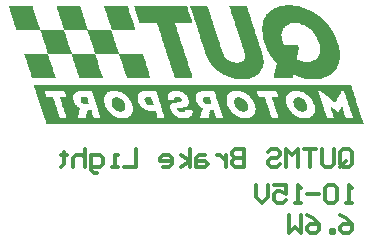
<source format=gbo>
G04*
G04 #@! TF.GenerationSoftware,Altium Limited,Altium Designer,20.1.14 (287)*
G04*
G04 Layer_Color=32896*
%FSLAX25Y25*%
%MOIN*%
G70*
G04*
G04 #@! TF.SameCoordinates,7963FD37-A3EF-41C6-90A3-C7C30B782ED2*
G04*
G04*
G04 #@! TF.FilePolarity,Positive*
G04*
G01*
G75*
%ADD12C,0.01200*%
G36*
X371453Y279226D02*
X371585D01*
Y279095D01*
Y278963D01*
Y278832D01*
X371716D01*
Y278701D01*
Y278569D01*
Y278438D01*
X371847D01*
Y278307D01*
Y278175D01*
X371979D01*
Y278044D01*
Y277913D01*
Y277782D01*
Y277650D01*
X372110D01*
Y277519D01*
X371979D01*
Y277388D01*
Y277256D01*
X372241D01*
Y277125D01*
Y276994D01*
Y276863D01*
Y276731D01*
Y276600D01*
X372373D01*
Y276469D01*
Y276337D01*
Y276206D01*
X372504D01*
Y276075D01*
Y275943D01*
Y275812D01*
X372635D01*
Y275681D01*
Y275550D01*
Y275418D01*
X372766D01*
Y275287D01*
Y275156D01*
X372898D01*
Y275024D01*
Y274893D01*
Y274762D01*
X373029D01*
Y274630D01*
Y274499D01*
Y274368D01*
X373160D01*
Y274236D01*
Y274105D01*
X373292D01*
Y273974D01*
Y273843D01*
Y273711D01*
X373423D01*
Y273580D01*
Y273449D01*
Y273318D01*
Y273186D01*
X373554D01*
Y273055D01*
Y272924D01*
Y272792D01*
Y272661D01*
Y272530D01*
X373817D01*
Y272398D01*
X373685D01*
Y272267D01*
Y272136D01*
X373817D01*
Y272005D01*
Y271873D01*
Y271742D01*
X373948D01*
Y271611D01*
Y271479D01*
X374079D01*
Y271348D01*
X366070D01*
Y271479D01*
Y271611D01*
Y271742D01*
Y271873D01*
Y272005D01*
X365939D01*
Y272136D01*
Y272267D01*
X365808D01*
Y272398D01*
Y272530D01*
Y272661D01*
X365676D01*
Y272792D01*
Y272924D01*
Y273055D01*
Y273186D01*
X365545D01*
Y273318D01*
Y273449D01*
X365414D01*
Y273580D01*
Y273711D01*
Y273843D01*
X365283D01*
Y273974D01*
Y274105D01*
Y274236D01*
X365151D01*
Y274368D01*
Y274499D01*
Y274630D01*
X365020D01*
Y274762D01*
Y274893D01*
X364889D01*
Y275024D01*
Y275156D01*
Y275287D01*
X364757D01*
Y275418D01*
Y275550D01*
Y275681D01*
Y275812D01*
Y275943D01*
X364626D01*
Y276075D01*
Y276206D01*
Y276337D01*
X364495D01*
Y276469D01*
Y276600D01*
Y276731D01*
X364363D01*
Y276863D01*
Y276994D01*
Y277125D01*
X364232D01*
Y277256D01*
Y277388D01*
X364101D01*
Y277519D01*
Y277650D01*
Y277782D01*
Y277913D01*
X363969D01*
Y278044D01*
Y278175D01*
Y278307D01*
X363838D01*
Y278438D01*
Y278569D01*
Y278701D01*
X363707D01*
Y278832D01*
Y278963D01*
X363576D01*
Y279095D01*
Y279226D01*
Y279357D01*
X371453D01*
Y279226D01*
D02*
G37*
G36*
X355567D02*
Y279095D01*
X355698D01*
Y278963D01*
Y278832D01*
Y278701D01*
X355829D01*
Y278569D01*
Y278438D01*
Y278307D01*
X355960D01*
Y278175D01*
Y278044D01*
X356092D01*
Y277913D01*
Y277782D01*
Y277650D01*
X356223D01*
Y277519D01*
Y277388D01*
Y277256D01*
Y277125D01*
X356354D01*
Y276994D01*
Y276863D01*
Y276731D01*
X356486D01*
Y276600D01*
Y276469D01*
X356617D01*
Y276337D01*
Y276206D01*
Y276075D01*
Y275943D01*
Y275812D01*
X356879D01*
Y275681D01*
Y275550D01*
X356748D01*
Y275418D01*
X356879D01*
Y275287D01*
Y275156D01*
Y275024D01*
X357011D01*
Y274893D01*
Y274762D01*
Y274630D01*
X357142D01*
Y274499D01*
Y274368D01*
Y274236D01*
X357273D01*
Y274105D01*
Y273974D01*
X357405D01*
Y273843D01*
Y273711D01*
Y273580D01*
X357536D01*
Y273449D01*
Y273318D01*
Y273186D01*
X357667D01*
Y273055D01*
Y272924D01*
X357799D01*
Y272792D01*
Y272661D01*
Y272530D01*
Y272398D01*
Y272267D01*
Y272136D01*
Y272005D01*
X358061D01*
Y271873D01*
X357930D01*
Y271742D01*
X358061D01*
Y271611D01*
Y271479D01*
Y271348D01*
X365939D01*
Y271217D01*
Y271085D01*
X366070D01*
Y270954D01*
Y270823D01*
Y270691D01*
X366201D01*
Y270560D01*
Y270429D01*
X366333D01*
Y270298D01*
Y270166D01*
Y270035D01*
X366464D01*
Y269904D01*
Y269772D01*
Y269641D01*
X366595D01*
Y269510D01*
Y269378D01*
Y269247D01*
X366727D01*
Y269116D01*
Y268985D01*
Y268853D01*
X366858D01*
Y268722D01*
Y268591D01*
Y268460D01*
X366989D01*
Y268328D01*
Y268197D01*
Y268066D01*
Y267934D01*
Y267803D01*
X367121D01*
Y267672D01*
X367252D01*
Y267540D01*
X367121D01*
Y267409D01*
X367252D01*
Y267278D01*
Y267146D01*
Y267015D01*
X367383D01*
Y266884D01*
Y266753D01*
Y266621D01*
X367514D01*
Y266490D01*
Y266359D01*
X367646D01*
Y266227D01*
Y266096D01*
Y265965D01*
X367777D01*
Y265834D01*
Y265702D01*
Y265571D01*
X367908D01*
Y265440D01*
Y265308D01*
Y265177D01*
X368040D01*
Y265046D01*
Y264914D01*
X368171D01*
Y264783D01*
Y264652D01*
Y264521D01*
Y264389D01*
Y264258D01*
Y264127D01*
X368434D01*
Y263995D01*
X368302D01*
Y263864D01*
Y263733D01*
X368434D01*
Y263601D01*
Y263470D01*
X360556D01*
Y263601D01*
Y263733D01*
Y263864D01*
Y263995D01*
X360424D01*
Y264127D01*
Y264258D01*
X360293D01*
Y264389D01*
Y264521D01*
Y264652D01*
X360162D01*
Y264783D01*
Y264914D01*
Y265046D01*
X360031D01*
Y265177D01*
Y265308D01*
Y265440D01*
X359899D01*
Y265571D01*
Y265702D01*
Y265834D01*
X359768D01*
Y265965D01*
Y266096D01*
X359637D01*
Y266227D01*
X359768D01*
Y266359D01*
Y266490D01*
X359505D01*
Y266621D01*
Y266753D01*
Y266884D01*
Y267015D01*
Y267146D01*
X359374D01*
Y267278D01*
Y267409D01*
Y267540D01*
X359243D01*
Y267672D01*
Y267803D01*
Y267934D01*
X359111D01*
Y268066D01*
Y268197D01*
Y268328D01*
X358980D01*
Y268460D01*
Y268591D01*
Y268722D01*
X358849D01*
Y268853D01*
Y268985D01*
Y269116D01*
X358718D01*
Y269247D01*
Y269378D01*
Y269510D01*
X358586D01*
Y269641D01*
Y269772D01*
X358455D01*
Y269904D01*
Y270035D01*
Y270166D01*
X358324D01*
Y270298D01*
Y270429D01*
Y270560D01*
X358192D01*
Y270691D01*
Y270823D01*
Y270954D01*
Y271085D01*
Y271217D01*
X357930D01*
Y271348D01*
X350315D01*
Y271217D01*
Y271085D01*
Y270954D01*
Y270823D01*
Y270691D01*
X350446D01*
Y270560D01*
Y270429D01*
X350577D01*
Y270298D01*
Y270166D01*
Y270035D01*
X350709D01*
Y269904D01*
Y269772D01*
Y269641D01*
X350840D01*
Y269510D01*
Y269378D01*
Y269247D01*
X350971D01*
Y269116D01*
Y268985D01*
Y268853D01*
X351102D01*
Y268722D01*
Y268591D01*
X351234D01*
Y268460D01*
Y268328D01*
Y268197D01*
X351365D01*
Y268066D01*
X351234D01*
Y267934D01*
X351496D01*
Y267803D01*
Y267672D01*
Y267540D01*
Y267409D01*
Y267278D01*
Y267146D01*
Y267015D01*
X351628D01*
Y266884D01*
Y266753D01*
Y266621D01*
X351759D01*
Y266490D01*
Y266359D01*
X351890D01*
Y266227D01*
Y266096D01*
Y265965D01*
X352022D01*
Y265834D01*
Y265702D01*
Y265571D01*
X352153D01*
Y265440D01*
Y265308D01*
Y265177D01*
X352284D01*
Y265046D01*
Y264914D01*
X352415D01*
Y264783D01*
Y264652D01*
Y264521D01*
X352547D01*
Y264389D01*
Y264258D01*
Y264127D01*
X352678D01*
Y263995D01*
Y263864D01*
X352809D01*
Y263733D01*
Y263601D01*
Y263470D01*
X360556D01*
Y263339D01*
Y263208D01*
Y263076D01*
X360687D01*
Y262945D01*
Y262814D01*
Y262682D01*
X360818D01*
Y262551D01*
Y262420D01*
X360950D01*
Y262288D01*
Y262157D01*
Y262026D01*
X361081D01*
Y261895D01*
Y261763D01*
Y261632D01*
X361212D01*
Y261501D01*
Y261369D01*
X361344D01*
Y261238D01*
Y261107D01*
Y260976D01*
X361475D01*
Y260844D01*
Y260713D01*
Y260582D01*
X361606D01*
Y260450D01*
Y260319D01*
Y260188D01*
X361737D01*
Y260056D01*
X361606D01*
Y259925D01*
X361737D01*
Y259794D01*
X361869D01*
Y259663D01*
Y259531D01*
Y259400D01*
Y259269D01*
Y259137D01*
X362000D01*
Y259006D01*
Y258875D01*
Y258744D01*
Y258612D01*
X362131D01*
Y258481D01*
Y258350D01*
X362263D01*
Y258218D01*
Y258087D01*
Y257956D01*
X362394D01*
Y257824D01*
Y257693D01*
Y257562D01*
X362525D01*
Y257431D01*
Y257299D01*
X362656D01*
Y257168D01*
Y257037D01*
Y256905D01*
X362788D01*
Y256774D01*
Y256643D01*
Y256511D01*
X362919D01*
Y256380D01*
Y256249D01*
Y256118D01*
X363050D01*
Y255986D01*
Y255855D01*
X363182D01*
Y255724D01*
Y255592D01*
Y255461D01*
X355304D01*
Y255592D01*
X355173D01*
Y255724D01*
Y255855D01*
Y255986D01*
X355041D01*
Y256118D01*
Y256249D01*
Y256380D01*
X354910D01*
Y256511D01*
Y256643D01*
X354779D01*
Y256774D01*
Y256905D01*
Y257037D01*
X354647D01*
Y257168D01*
Y257299D01*
Y257431D01*
X354516D01*
Y257562D01*
Y257693D01*
X354385D01*
Y257824D01*
Y257956D01*
Y258087D01*
Y258218D01*
Y258350D01*
Y258481D01*
X354122D01*
Y258612D01*
X354254D01*
Y258744D01*
Y258875D01*
X354122D01*
Y259006D01*
Y259137D01*
Y259269D01*
X353991D01*
Y259400D01*
Y259531D01*
Y259663D01*
X353860D01*
Y259794D01*
Y259925D01*
Y260056D01*
X353728D01*
Y260188D01*
Y260319D01*
Y260450D01*
X353597D01*
Y260582D01*
Y260713D01*
X353466D01*
Y260844D01*
Y260976D01*
Y261107D01*
X353334D01*
Y261238D01*
Y261369D01*
Y261501D01*
X353203D01*
Y261632D01*
Y261763D01*
Y261895D01*
Y262026D01*
Y262157D01*
X352941D01*
Y262288D01*
X353072D01*
Y262420D01*
Y262551D01*
X352941D01*
Y262682D01*
Y262814D01*
Y262945D01*
X352809D01*
Y263076D01*
Y263208D01*
X352678D01*
Y263339D01*
Y263470D01*
X344932D01*
Y263339D01*
Y263208D01*
Y263076D01*
Y262945D01*
Y262814D01*
X345194D01*
Y262682D01*
X345063D01*
Y262551D01*
Y262420D01*
X345194D01*
Y262288D01*
Y262157D01*
Y262026D01*
X345325D01*
Y261895D01*
Y261763D01*
Y261632D01*
X345457D01*
Y261501D01*
Y261369D01*
X345588D01*
Y261238D01*
Y261107D01*
Y260976D01*
X345719D01*
Y260844D01*
Y260713D01*
Y260582D01*
X345851D01*
Y260450D01*
Y260319D01*
Y260188D01*
X345982D01*
Y260056D01*
Y259925D01*
Y259794D01*
X346113D01*
Y259663D01*
Y259531D01*
X346245D01*
Y259400D01*
Y259269D01*
Y259137D01*
X346376D01*
Y259006D01*
X346245D01*
Y258875D01*
Y258744D01*
X346507D01*
Y258612D01*
X346376D01*
Y258481D01*
X346507D01*
Y258350D01*
Y258218D01*
Y258087D01*
X346638D01*
Y257956D01*
Y257824D01*
Y257693D01*
Y257562D01*
X346770D01*
Y257431D01*
Y257299D01*
X346901D01*
Y257168D01*
Y257037D01*
Y256905D01*
X347032D01*
Y256774D01*
Y256643D01*
Y256511D01*
X347164D01*
Y256380D01*
Y256249D01*
Y256118D01*
X347295D01*
Y255986D01*
Y255855D01*
X347426D01*
Y255724D01*
Y255592D01*
Y255461D01*
X339548D01*
Y255592D01*
X339417D01*
Y255724D01*
Y255855D01*
Y255986D01*
X339286D01*
Y256118D01*
Y256249D01*
Y256380D01*
X339155D01*
Y256511D01*
Y256643D01*
X339023D01*
Y256774D01*
Y256905D01*
Y257037D01*
X338892D01*
Y257168D01*
X339023D01*
Y257299D01*
Y257431D01*
X338761D01*
Y257562D01*
Y257693D01*
Y257824D01*
Y257956D01*
Y258087D01*
Y258218D01*
X338629D01*
Y258350D01*
Y258481D01*
Y258612D01*
X338498D01*
Y258744D01*
Y258875D01*
X338367D01*
Y259006D01*
Y259137D01*
Y259269D01*
X338235D01*
Y259400D01*
Y259531D01*
Y259663D01*
X338104D01*
Y259794D01*
Y259925D01*
Y260056D01*
X337973D01*
Y260188D01*
Y260319D01*
Y260450D01*
X337842D01*
Y260582D01*
Y260713D01*
X337710D01*
Y260844D01*
Y260976D01*
Y261107D01*
X337579D01*
Y261238D01*
X337710D01*
Y261369D01*
X337579D01*
Y261501D01*
X337448D01*
Y261632D01*
Y261763D01*
Y261895D01*
Y262026D01*
Y262157D01*
X337185D01*
Y262288D01*
X337316D01*
Y262420D01*
Y262551D01*
Y262682D01*
X337185D01*
Y262814D01*
Y262945D01*
X337054D01*
Y263076D01*
Y263208D01*
Y263339D01*
X336922D01*
Y263470D01*
X344800D01*
Y263601D01*
Y263733D01*
Y263864D01*
Y263995D01*
X344669D01*
Y264127D01*
Y264258D01*
X344538D01*
Y264389D01*
Y264521D01*
Y264652D01*
X344406D01*
Y264783D01*
Y264914D01*
Y265046D01*
X344275D01*
Y265177D01*
Y265308D01*
Y265440D01*
X344144D01*
Y265571D01*
Y265702D01*
Y265834D01*
X344012D01*
Y265965D01*
Y266096D01*
Y266227D01*
Y266359D01*
Y266490D01*
X343750D01*
Y266621D01*
X343881D01*
Y266753D01*
X343750D01*
Y266884D01*
Y267015D01*
Y267146D01*
X343618D01*
Y267278D01*
Y267409D01*
Y267540D01*
Y267672D01*
X343487D01*
Y267803D01*
Y267934D01*
Y268066D01*
X343356D01*
Y268197D01*
Y268328D01*
X343225D01*
Y268460D01*
Y268591D01*
Y268722D01*
X343093D01*
Y268853D01*
Y268985D01*
Y269116D01*
X342962D01*
Y269247D01*
Y269378D01*
Y269510D01*
X342831D01*
Y269641D01*
Y269772D01*
Y269904D01*
Y270035D01*
Y270166D01*
X342568D01*
Y270298D01*
X342700D01*
Y270429D01*
Y270560D01*
X342568D01*
Y270691D01*
Y270823D01*
X342437D01*
Y270954D01*
Y271085D01*
Y271217D01*
X342306D01*
Y271348D01*
X334296D01*
Y271479D01*
Y271611D01*
Y271742D01*
X334165D01*
Y271873D01*
Y272005D01*
Y272136D01*
X334034D01*
Y272267D01*
Y272398D01*
Y272530D01*
X333903D01*
Y272661D01*
Y272792D01*
Y272924D01*
X333771D01*
Y273055D01*
Y273186D01*
Y273318D01*
X333640D01*
Y273449D01*
Y273580D01*
Y273711D01*
Y273843D01*
Y273974D01*
X333377D01*
Y274105D01*
X333509D01*
Y274236D01*
Y274368D01*
X333377D01*
Y274499D01*
Y274630D01*
X333246D01*
Y274762D01*
Y274893D01*
Y275024D01*
X333115D01*
Y275156D01*
Y275287D01*
Y275418D01*
X332983D01*
Y275550D01*
Y275681D01*
Y275812D01*
X332852D01*
Y275943D01*
Y276075D01*
Y276206D01*
X332721D01*
Y276337D01*
Y276469D01*
X332590D01*
Y276600D01*
Y276731D01*
Y276863D01*
Y276994D01*
X332458D01*
Y277125D01*
Y277256D01*
Y277388D01*
Y277519D01*
Y277650D01*
X332196D01*
Y277782D01*
X332327D01*
Y277913D01*
Y278044D01*
X332196D01*
Y278175D01*
Y278307D01*
Y278438D01*
X332064D01*
Y278569D01*
Y278701D01*
X331933D01*
Y278832D01*
Y278963D01*
Y279095D01*
X331802D01*
Y279226D01*
Y279357D01*
X339811D01*
Y279226D01*
Y279095D01*
Y278963D01*
X339942D01*
Y278832D01*
Y278701D01*
Y278569D01*
Y278438D01*
Y278307D01*
X340073D01*
Y278175D01*
Y278044D01*
Y277913D01*
X340205D01*
Y277782D01*
Y277650D01*
Y277519D01*
X340336D01*
Y277388D01*
Y277256D01*
Y277125D01*
X340467D01*
Y276994D01*
Y276863D01*
Y276731D01*
X340599D01*
Y276600D01*
Y276469D01*
Y276337D01*
X340730D01*
Y276206D01*
Y276075D01*
Y275943D01*
X340861D01*
Y275812D01*
Y275681D01*
Y275550D01*
Y275418D01*
Y275287D01*
X341124D01*
Y275156D01*
Y275024D01*
Y274893D01*
Y274762D01*
Y274630D01*
Y274499D01*
X341255D01*
Y274368D01*
Y274236D01*
X341387D01*
Y274105D01*
Y273974D01*
Y273843D01*
X341518D01*
Y273711D01*
Y273580D01*
Y273449D01*
X341649D01*
Y273318D01*
Y273186D01*
Y273055D01*
X341780D01*
Y272924D01*
Y272792D01*
X341912D01*
Y272661D01*
Y272530D01*
Y272398D01*
X342043D01*
Y272267D01*
Y272136D01*
Y272005D01*
Y271873D01*
X342174D01*
Y271742D01*
Y271611D01*
X342306D01*
Y271479D01*
Y271348D01*
X350183D01*
Y271479D01*
Y271611D01*
Y271742D01*
Y271873D01*
X350052D01*
Y272005D01*
Y272136D01*
X349921D01*
Y272267D01*
Y272398D01*
Y272530D01*
Y272661D01*
X349790D01*
Y272792D01*
Y272924D01*
Y273055D01*
X349658D01*
Y273186D01*
Y273318D01*
X349527D01*
Y273449D01*
Y273580D01*
Y273711D01*
X349396D01*
Y273843D01*
Y273974D01*
Y274105D01*
X349264D01*
Y274236D01*
X349396D01*
Y274368D01*
Y274499D01*
X349133D01*
Y274630D01*
Y274762D01*
Y274893D01*
Y275024D01*
Y275156D01*
X349002D01*
Y275287D01*
Y275418D01*
Y275550D01*
X348870D01*
Y275681D01*
Y275812D01*
Y275943D01*
X348739D01*
Y276075D01*
Y276206D01*
X348608D01*
Y276337D01*
Y276469D01*
Y276600D01*
X348477D01*
Y276731D01*
Y276863D01*
Y276994D01*
X348345D01*
Y277125D01*
Y277256D01*
Y277388D01*
X348214D01*
Y277519D01*
Y277650D01*
Y277782D01*
X348083D01*
Y277913D01*
Y278044D01*
Y278175D01*
X347951D01*
Y278307D01*
Y278438D01*
Y278569D01*
X347820D01*
Y278701D01*
Y278832D01*
Y278963D01*
Y279095D01*
Y279226D01*
X347689D01*
Y279357D01*
X355567D01*
Y279226D01*
D02*
G37*
G36*
X411236D02*
Y279095D01*
Y278963D01*
Y278832D01*
Y278701D01*
X411368D01*
Y278569D01*
Y278438D01*
Y278307D01*
X411499D01*
Y278175D01*
Y278044D01*
X411630D01*
Y277913D01*
Y277782D01*
Y277650D01*
Y277519D01*
X411761D01*
Y277388D01*
Y277256D01*
Y277125D01*
X411893D01*
Y276994D01*
Y276863D01*
Y276731D01*
X412024D01*
Y276600D01*
Y276469D01*
X412155D01*
Y276337D01*
Y276206D01*
Y276075D01*
Y275943D01*
Y275812D01*
X412418D01*
Y275681D01*
X412287D01*
Y275550D01*
Y275418D01*
X412418D01*
Y275287D01*
Y275156D01*
Y275024D01*
X412549D01*
Y274893D01*
Y274762D01*
Y274630D01*
X412680D01*
Y274499D01*
Y274368D01*
Y274236D01*
X412812D01*
Y274105D01*
Y273974D01*
X412943D01*
Y273843D01*
Y273711D01*
Y273580D01*
X413074D01*
Y273449D01*
Y273318D01*
Y273186D01*
X413206D01*
Y273055D01*
Y272924D01*
Y272792D01*
X413337D01*
Y272661D01*
Y272530D01*
Y272398D01*
X413468D01*
Y272267D01*
Y272136D01*
Y272005D01*
X413600D01*
Y271873D01*
X413468D01*
Y271742D01*
X413731D01*
Y271611D01*
Y271479D01*
Y271348D01*
Y271217D01*
Y271085D01*
Y270954D01*
X413862D01*
Y270823D01*
Y270691D01*
Y270560D01*
X413994D01*
Y270429D01*
Y270298D01*
X414125D01*
Y270166D01*
Y270035D01*
Y269904D01*
X414256D01*
Y269772D01*
Y269641D01*
Y269510D01*
X414387D01*
Y269378D01*
Y269247D01*
Y269116D01*
X414519D01*
Y268985D01*
Y268853D01*
X414650D01*
Y268722D01*
Y268591D01*
Y268460D01*
X414781D01*
Y268328D01*
Y268197D01*
Y268066D01*
Y267934D01*
X414913D01*
Y267803D01*
Y267672D01*
X415044D01*
Y267540D01*
Y267409D01*
Y267278D01*
Y267146D01*
Y267015D01*
Y266884D01*
X415306D01*
Y266753D01*
X415175D01*
Y266621D01*
X415306D01*
Y266490D01*
Y266359D01*
Y266227D01*
X415438D01*
Y266096D01*
Y265965D01*
Y265834D01*
X415569D01*
Y265702D01*
Y265571D01*
Y265440D01*
X415700D01*
Y265308D01*
Y265177D01*
X415832D01*
Y265046D01*
Y264914D01*
Y264783D01*
X415963D01*
Y264652D01*
Y264521D01*
Y264389D01*
X416094D01*
Y264258D01*
X415963D01*
Y264127D01*
X416094D01*
Y263995D01*
X416225D01*
Y263864D01*
Y263733D01*
Y263601D01*
Y263470D01*
Y263339D01*
Y263208D01*
X416357D01*
Y263076D01*
Y262945D01*
Y262814D01*
X416488D01*
Y262682D01*
Y262551D01*
Y262420D01*
Y262288D01*
X416619D01*
Y262157D01*
Y262026D01*
Y261895D01*
Y261763D01*
Y261632D01*
Y261501D01*
X416751D01*
Y261369D01*
Y261238D01*
Y261107D01*
Y260976D01*
Y260844D01*
Y260713D01*
Y260582D01*
Y260450D01*
Y260319D01*
Y260188D01*
X416619D01*
Y260056D01*
Y259925D01*
Y259794D01*
Y259663D01*
Y259531D01*
X416488D01*
Y259400D01*
Y259269D01*
Y259137D01*
X416357D01*
Y259006D01*
Y258875D01*
X416225D01*
Y258744D01*
Y258612D01*
Y258481D01*
Y258350D01*
X415963D01*
Y258218D01*
X416094D01*
Y258087D01*
X415963D01*
Y257956D01*
Y257824D01*
X415832D01*
Y257693D01*
X415569D01*
Y257562D01*
Y257431D01*
X415438D01*
Y257299D01*
X415306D01*
Y257168D01*
Y257037D01*
X415175D01*
Y256905D01*
X415044D01*
Y256774D01*
X414781D01*
Y256643D01*
X414650D01*
Y256511D01*
X414519D01*
Y256380D01*
X414125D01*
Y256249D01*
X413994D01*
Y256118D01*
X413731D01*
Y255986D01*
X413468D01*
Y255855D01*
X413206D01*
Y255724D01*
X412812D01*
Y255592D01*
X412418D01*
Y255461D01*
X412024D01*
Y255330D01*
X411499D01*
Y255199D01*
X407560D01*
Y255330D01*
X406904D01*
Y255461D01*
X406247D01*
Y255592D01*
X405984D01*
Y255724D01*
X405590D01*
Y255855D01*
X405197D01*
Y255986D01*
X404803D01*
Y256118D01*
X404409D01*
Y256249D01*
X404278D01*
Y256380D01*
X403752D01*
Y256511D01*
X403490D01*
Y256643D01*
X403227D01*
Y256774D01*
X403096D01*
Y256905D01*
X402833D01*
Y257037D01*
X402571D01*
Y257168D01*
X402439D01*
Y257299D01*
X402177D01*
Y257431D01*
X402045D01*
Y257562D01*
X401914D01*
Y257693D01*
X401520D01*
Y257824D01*
X401389D01*
Y257956D01*
X401258D01*
Y258087D01*
X400995D01*
Y258218D01*
Y258350D01*
X400733D01*
Y258481D01*
Y258612D01*
X400470D01*
Y258744D01*
Y258875D01*
X400207D01*
Y259006D01*
X400076D01*
Y259137D01*
Y259269D01*
X399813D01*
Y259400D01*
X399682D01*
Y259531D01*
Y259663D01*
X399419D01*
Y259794D01*
Y259925D01*
X399288D01*
Y260056D01*
Y260188D01*
X399026D01*
Y260319D01*
Y260450D01*
X398894D01*
Y260582D01*
X398763D01*
Y260713D01*
X398632D01*
Y260844D01*
Y260976D01*
X398500D01*
Y261107D01*
Y261238D01*
Y261369D01*
X398369D01*
Y261501D01*
X398238D01*
Y261632D01*
Y261763D01*
X398107D01*
Y261895D01*
Y262026D01*
X397975D01*
Y262157D01*
Y262288D01*
X397844D01*
Y262420D01*
Y262551D01*
X397713D01*
Y262682D01*
X397581D01*
Y262814D01*
Y262945D01*
Y263076D01*
X397450D01*
Y263208D01*
Y263339D01*
Y263470D01*
X397319D01*
Y263601D01*
Y263733D01*
Y263864D01*
X397187D01*
Y263995D01*
Y264127D01*
Y264258D01*
Y264389D01*
Y264521D01*
X396925D01*
Y264652D01*
X397056D01*
Y264783D01*
Y264914D01*
X396925D01*
Y265046D01*
Y265177D01*
Y265308D01*
Y265440D01*
X396794D01*
Y265571D01*
Y265702D01*
X396662D01*
Y265834D01*
Y265965D01*
Y266096D01*
X396531D01*
Y266227D01*
Y266359D01*
Y266490D01*
X396400D01*
Y266621D01*
Y266753D01*
X396268D01*
Y266884D01*
Y267015D01*
Y267146D01*
X396137D01*
Y267278D01*
Y267409D01*
Y267540D01*
X396006D01*
Y267672D01*
Y267803D01*
Y267934D01*
X395875D01*
Y268066D01*
Y268197D01*
Y268328D01*
Y268460D01*
Y268591D01*
X395612D01*
Y268722D01*
X395743D01*
Y268853D01*
Y268985D01*
X395612D01*
Y269116D01*
Y269247D01*
X395481D01*
Y269378D01*
Y269510D01*
Y269641D01*
X395349D01*
Y269772D01*
Y269904D01*
Y270035D01*
Y270166D01*
X395218D01*
Y270298D01*
Y270429D01*
Y270560D01*
X395087D01*
Y270691D01*
Y270823D01*
X394955D01*
Y270954D01*
Y271085D01*
Y271217D01*
X394824D01*
Y271348D01*
Y271479D01*
Y271611D01*
X394693D01*
Y271742D01*
Y271873D01*
Y272005D01*
Y272136D01*
Y272267D01*
X394562D01*
Y272398D01*
Y272530D01*
Y272661D01*
X394430D01*
Y272792D01*
Y272924D01*
Y273055D01*
X394299D01*
Y273186D01*
Y273318D01*
X394168D01*
Y273449D01*
Y273580D01*
Y273711D01*
X394036D01*
Y273843D01*
Y273974D01*
Y274105D01*
X393905D01*
Y274236D01*
Y274368D01*
Y274499D01*
X393774D01*
Y274630D01*
Y274762D01*
Y274893D01*
X393642D01*
Y275024D01*
Y275156D01*
Y275287D01*
X393511D01*
Y275418D01*
Y275550D01*
Y275681D01*
X393380D01*
Y275812D01*
Y275943D01*
Y276075D01*
Y276206D01*
Y276337D01*
X393117D01*
Y276469D01*
Y276600D01*
Y276731D01*
Y276863D01*
Y276994D01*
Y277125D01*
X392986D01*
Y277256D01*
Y277388D01*
X392855D01*
Y277519D01*
Y277650D01*
Y277782D01*
X392723D01*
Y277913D01*
Y278044D01*
Y278175D01*
X392592D01*
Y278307D01*
Y278438D01*
Y278569D01*
X392461D01*
Y278701D01*
Y278832D01*
X392330D01*
Y278963D01*
Y279095D01*
Y279226D01*
X392198D01*
Y279357D01*
X397975D01*
Y279226D01*
X398238D01*
Y279095D01*
X398107D01*
Y278963D01*
Y278832D01*
X398369D01*
Y278701D01*
X398238D01*
Y278569D01*
X398369D01*
Y278438D01*
Y278307D01*
Y278175D01*
X398500D01*
Y278044D01*
Y277913D01*
Y277782D01*
X398632D01*
Y277650D01*
Y277519D01*
Y277388D01*
X398763D01*
Y277256D01*
Y277125D01*
Y276994D01*
X398894D01*
Y276863D01*
Y276731D01*
Y276600D01*
X399026D01*
Y276469D01*
Y276337D01*
Y276206D01*
X399157D01*
Y276075D01*
Y275943D01*
Y275812D01*
X399288D01*
Y275681D01*
Y275550D01*
Y275418D01*
Y275287D01*
Y275156D01*
X399551D01*
Y275024D01*
X399419D01*
Y274893D01*
Y274762D01*
X399551D01*
Y274630D01*
Y274499D01*
Y274368D01*
X399682D01*
Y274236D01*
Y274105D01*
X399813D01*
Y273974D01*
Y273843D01*
Y273711D01*
X399945D01*
Y273580D01*
Y273449D01*
Y273318D01*
X400076D01*
Y273186D01*
Y273055D01*
Y272924D01*
X400207D01*
Y272792D01*
Y272661D01*
X400339D01*
Y272530D01*
Y272398D01*
Y272267D01*
Y272136D01*
X400470D01*
Y272005D01*
Y271873D01*
Y271742D01*
X400601D01*
Y271611D01*
Y271479D01*
X400733D01*
Y271348D01*
X400601D01*
Y271217D01*
Y271085D01*
X400864D01*
Y270954D01*
Y270823D01*
Y270691D01*
Y270560D01*
Y270429D01*
X400995D01*
Y270298D01*
Y270166D01*
Y270035D01*
X401126D01*
Y269904D01*
Y269772D01*
Y269641D01*
X401258D01*
Y269510D01*
Y269378D01*
Y269247D01*
X401389D01*
Y269116D01*
Y268985D01*
Y268853D01*
X401520D01*
Y268722D01*
Y268591D01*
X401652D01*
Y268460D01*
Y268328D01*
Y268197D01*
X401783D01*
Y268066D01*
Y267934D01*
Y267803D01*
Y267672D01*
Y267540D01*
Y267409D01*
X402045D01*
Y267278D01*
X401914D01*
Y267146D01*
Y267015D01*
X402045D01*
Y266884D01*
Y266753D01*
Y266621D01*
X402177D01*
Y266490D01*
Y266359D01*
X402308D01*
Y266227D01*
Y266096D01*
Y265965D01*
X402439D01*
Y265834D01*
Y265702D01*
Y265571D01*
X402571D01*
Y265440D01*
Y265308D01*
Y265177D01*
X402702D01*
Y265046D01*
Y264914D01*
X402833D01*
Y264783D01*
Y264652D01*
Y264521D01*
X402965D01*
Y264389D01*
Y264258D01*
Y264127D01*
X403096D01*
Y263995D01*
Y263864D01*
X403227D01*
Y263733D01*
X403096D01*
Y263601D01*
Y263470D01*
X403358D01*
Y263339D01*
Y263208D01*
Y263076D01*
Y262945D01*
Y262814D01*
X403490D01*
Y262682D01*
Y262551D01*
X403752D01*
Y262420D01*
X403884D01*
Y262288D01*
Y262157D01*
X404015D01*
Y262026D01*
X404146D01*
Y261895D01*
X404278D01*
Y261763D01*
X404540D01*
Y261632D01*
X404671D01*
Y261501D01*
X404803D01*
Y261369D01*
X405197D01*
Y261238D01*
X405328D01*
Y261107D01*
X405722D01*
Y260976D01*
X406116D01*
Y260844D01*
X406378D01*
Y260713D01*
X407035D01*
Y260582D01*
X408479D01*
Y260713D01*
X409004D01*
Y260844D01*
X409398D01*
Y260976D01*
X409661D01*
Y261107D01*
X409923D01*
Y261238D01*
X410055D01*
Y261369D01*
X410186D01*
Y261501D01*
X410317D01*
Y261632D01*
Y261763D01*
X410449D01*
Y261895D01*
Y262026D01*
X410580D01*
Y262157D01*
Y262288D01*
Y262420D01*
Y262551D01*
Y262682D01*
Y262814D01*
Y262945D01*
Y263076D01*
Y263208D01*
Y263339D01*
X410449D01*
Y263470D01*
Y263601D01*
Y263733D01*
X410317D01*
Y263864D01*
Y263995D01*
Y264127D01*
X410186D01*
Y264258D01*
Y264389D01*
X410055D01*
Y264521D01*
Y264652D01*
Y264783D01*
Y264914D01*
Y265046D01*
Y265177D01*
X409923D01*
Y265308D01*
Y265440D01*
Y265571D01*
X409792D01*
Y265702D01*
Y265834D01*
Y265965D01*
X409661D01*
Y266096D01*
Y266227D01*
Y266359D01*
X409529D01*
Y266490D01*
Y266621D01*
Y266753D01*
X409398D01*
Y266884D01*
Y267015D01*
X409267D01*
Y267146D01*
Y267278D01*
Y267409D01*
X409135D01*
Y267540D01*
Y267672D01*
Y267803D01*
X409004D01*
Y267934D01*
X409135D01*
Y268066D01*
X408873D01*
Y268197D01*
Y268328D01*
Y268460D01*
Y268591D01*
Y268722D01*
Y268853D01*
X408742D01*
Y268985D01*
Y269116D01*
Y269247D01*
X408479D01*
Y269378D01*
X408610D01*
Y269510D01*
X408479D01*
Y269641D01*
Y269772D01*
Y269904D01*
X408348D01*
Y270035D01*
Y270166D01*
Y270298D01*
X408216D01*
Y270429D01*
Y270560D01*
Y270691D01*
Y270823D01*
X408085D01*
Y270954D01*
Y271085D01*
X407954D01*
Y271217D01*
Y271348D01*
Y271479D01*
X407823D01*
Y271611D01*
Y271742D01*
Y271873D01*
X407691D01*
Y272005D01*
Y272136D01*
X407560D01*
Y272267D01*
Y272398D01*
Y272530D01*
Y272661D01*
Y272792D01*
Y272924D01*
X407297D01*
Y273055D01*
X407429D01*
Y273186D01*
Y273318D01*
X407297D01*
Y273449D01*
Y273580D01*
Y273711D01*
X407166D01*
Y273843D01*
Y273974D01*
X407035D01*
Y274105D01*
Y274236D01*
Y274368D01*
X406904D01*
Y274499D01*
Y274630D01*
X406772D01*
Y274762D01*
Y274893D01*
Y275024D01*
X406641D01*
Y275156D01*
Y275287D01*
Y275418D01*
Y275550D01*
X406510D01*
Y275681D01*
Y275812D01*
Y275943D01*
X406378D01*
Y276075D01*
Y276206D01*
X406247D01*
Y276337D01*
Y276469D01*
Y276600D01*
Y276731D01*
Y276863D01*
Y276994D01*
X405984D01*
Y277125D01*
X406116D01*
Y277256D01*
X405984D01*
Y277388D01*
Y277519D01*
Y277650D01*
X405853D01*
Y277782D01*
Y277913D01*
Y278044D01*
X405722D01*
Y278175D01*
Y278307D01*
Y278438D01*
X405590D01*
Y278569D01*
Y278701D01*
X405459D01*
Y278832D01*
Y278963D01*
Y279095D01*
X405328D01*
Y279226D01*
Y279357D01*
X411236D01*
Y279226D01*
D02*
G37*
G36*
X391279D02*
Y279095D01*
X391410D01*
Y278963D01*
Y278832D01*
Y278701D01*
Y278569D01*
Y278438D01*
Y278307D01*
X391673D01*
Y278175D01*
X391542D01*
Y278044D01*
Y277913D01*
X391673D01*
Y277782D01*
Y277650D01*
Y277519D01*
X391804D01*
Y277388D01*
Y277256D01*
Y277125D01*
X391936D01*
Y276994D01*
Y276863D01*
X392067D01*
Y276731D01*
Y276600D01*
Y276469D01*
X392198D01*
Y276337D01*
Y276206D01*
Y276075D01*
X392330D01*
Y275943D01*
Y275812D01*
X392461D01*
Y275681D01*
Y275550D01*
Y275418D01*
X392592D01*
Y275287D01*
Y275156D01*
Y275024D01*
X392723D01*
Y274893D01*
Y274762D01*
Y274630D01*
X392855D01*
Y274499D01*
X392723D01*
Y274368D01*
Y274236D01*
X392986D01*
Y274105D01*
Y273974D01*
Y273843D01*
X387209D01*
Y273711D01*
Y273580D01*
Y273449D01*
X387340D01*
Y273318D01*
Y273186D01*
Y273055D01*
X387472D01*
Y272924D01*
Y272792D01*
X387603D01*
Y272661D01*
Y272530D01*
Y272398D01*
X387734D01*
Y272267D01*
Y272136D01*
Y272005D01*
Y271873D01*
Y271742D01*
X387997D01*
Y271611D01*
X387865D01*
Y271479D01*
Y271348D01*
X387997D01*
Y271217D01*
Y271085D01*
Y270954D01*
X388128D01*
Y270823D01*
Y270691D01*
Y270560D01*
Y270429D01*
X388259D01*
Y270298D01*
Y270166D01*
X388391D01*
Y270035D01*
Y269904D01*
Y269772D01*
X388522D01*
Y269641D01*
Y269510D01*
Y269378D01*
X388653D01*
Y269247D01*
Y269116D01*
X388785D01*
Y268985D01*
Y268853D01*
Y268722D01*
X388916D01*
Y268591D01*
Y268460D01*
Y268328D01*
Y268197D01*
Y268066D01*
Y267934D01*
X389178D01*
Y267803D01*
X389047D01*
Y267672D01*
X389178D01*
Y267540D01*
Y267409D01*
Y267278D01*
X389310D01*
Y267146D01*
Y267015D01*
Y266884D01*
X389441D01*
Y266753D01*
Y266621D01*
Y266490D01*
X389572D01*
Y266359D01*
Y266227D01*
X389704D01*
Y266096D01*
Y265965D01*
Y265834D01*
X389835D01*
Y265702D01*
Y265571D01*
Y265440D01*
Y265308D01*
X389966D01*
Y265177D01*
Y265046D01*
X390097D01*
Y264914D01*
Y264783D01*
Y264652D01*
X390229D01*
Y264521D01*
Y264389D01*
Y264258D01*
Y264127D01*
Y263995D01*
Y263864D01*
X390491D01*
Y263733D01*
Y263601D01*
Y263470D01*
Y263339D01*
Y263208D01*
X390623D01*
Y263076D01*
Y262945D01*
Y262814D01*
X390754D01*
Y262682D01*
Y262551D01*
X390885D01*
Y262420D01*
Y262288D01*
Y262157D01*
X391017D01*
Y262026D01*
Y261895D01*
Y261763D01*
X391148D01*
Y261632D01*
Y261501D01*
Y261369D01*
X391279D01*
Y261238D01*
Y261107D01*
X391410D01*
Y260976D01*
Y260844D01*
Y260713D01*
Y260582D01*
X391542D01*
Y260450D01*
X391410D01*
Y260319D01*
Y260188D01*
X391673D01*
Y260056D01*
X391542D01*
Y259925D01*
X391673D01*
Y259794D01*
Y259663D01*
Y259531D01*
X391804D01*
Y259400D01*
Y259269D01*
Y259137D01*
X391936D01*
Y259006D01*
Y258875D01*
Y258744D01*
X392067D01*
Y258612D01*
Y258481D01*
X392198D01*
Y258350D01*
Y258218D01*
Y258087D01*
X392330D01*
Y257956D01*
Y257824D01*
Y257693D01*
X392461D01*
Y257562D01*
Y257431D01*
Y257299D01*
X392592D01*
Y257168D01*
Y257037D01*
X392723D01*
Y256905D01*
Y256774D01*
Y256643D01*
X392855D01*
Y256511D01*
X392723D01*
Y256380D01*
Y256249D01*
X392986D01*
Y256118D01*
Y255986D01*
Y255855D01*
Y255724D01*
Y255592D01*
X393117D01*
Y255461D01*
X387078D01*
Y255592D01*
Y255724D01*
X386946D01*
Y255855D01*
Y255986D01*
Y256118D01*
X386815D01*
Y256249D01*
Y256380D01*
Y256511D01*
Y256643D01*
Y256774D01*
X386553D01*
Y256905D01*
X386684D01*
Y257037D01*
Y257168D01*
X386553D01*
Y257299D01*
Y257431D01*
Y257562D01*
X386421D01*
Y257693D01*
Y257824D01*
X386290D01*
Y257956D01*
Y258087D01*
Y258218D01*
X386159D01*
Y258350D01*
Y258481D01*
Y258612D01*
X386027D01*
Y258744D01*
Y258875D01*
Y259006D01*
X385896D01*
Y259137D01*
Y259269D01*
Y259400D01*
X385765D01*
Y259531D01*
Y259663D01*
Y259794D01*
X385633D01*
Y259925D01*
Y260056D01*
Y260188D01*
X385502D01*
Y260319D01*
Y260450D01*
Y260582D01*
Y260713D01*
Y260844D01*
X385240D01*
Y260976D01*
X385371D01*
Y261107D01*
Y261238D01*
X385240D01*
Y261369D01*
Y261501D01*
Y261632D01*
X385108D01*
Y261763D01*
Y261895D01*
X384977D01*
Y262026D01*
Y262157D01*
Y262288D01*
X384846D01*
Y262420D01*
Y262551D01*
Y262682D01*
X384714D01*
Y262814D01*
Y262945D01*
X384583D01*
Y263076D01*
Y263208D01*
Y263339D01*
Y263470D01*
X384452D01*
Y263601D01*
Y263733D01*
Y263864D01*
X384320D01*
Y263995D01*
Y264127D01*
Y264258D01*
Y264389D01*
Y264521D01*
X384058D01*
Y264652D01*
X384189D01*
Y264783D01*
Y264914D01*
X384058D01*
Y265046D01*
Y265177D01*
Y265308D01*
X383927D01*
Y265440D01*
Y265571D01*
X383795D01*
Y265702D01*
Y265834D01*
Y265965D01*
X383664D01*
Y266096D01*
Y266227D01*
Y266359D01*
X383533D01*
Y266490D01*
Y266621D01*
Y266753D01*
X383401D01*
Y266884D01*
Y267015D01*
X383270D01*
Y267146D01*
Y267278D01*
Y267409D01*
X383139D01*
Y267540D01*
Y267672D01*
Y267803D01*
X383008D01*
Y267934D01*
Y268066D01*
Y268197D01*
Y268328D01*
Y268460D01*
Y268591D01*
X382745D01*
Y268722D01*
Y268853D01*
Y268985D01*
Y269116D01*
Y269247D01*
X382614D01*
Y269378D01*
Y269510D01*
Y269641D01*
X382482D01*
Y269772D01*
Y269904D01*
Y270035D01*
X382351D01*
Y270166D01*
Y270298D01*
Y270429D01*
X382220D01*
Y270560D01*
Y270691D01*
Y270823D01*
X382088D01*
Y270954D01*
Y271085D01*
X381957D01*
Y271217D01*
Y271348D01*
Y271479D01*
X381826D01*
Y271611D01*
Y271742D01*
Y271873D01*
Y272005D01*
Y272136D01*
X381563D01*
Y272267D01*
X381695D01*
Y272398D01*
Y272530D01*
X381432D01*
Y272661D01*
Y272792D01*
Y272924D01*
Y273055D01*
Y273186D01*
Y273318D01*
X381301D01*
Y273449D01*
Y273580D01*
Y273711D01*
X381169D01*
Y273843D01*
X375261D01*
Y273974D01*
Y274105D01*
X375130D01*
Y274236D01*
Y274368D01*
Y274499D01*
Y274630D01*
Y274762D01*
X374998D01*
Y274893D01*
Y275024D01*
Y275156D01*
Y275287D01*
X374867D01*
Y275418D01*
Y275550D01*
Y275681D01*
X374736D01*
Y275812D01*
Y275943D01*
X374605D01*
Y276075D01*
Y276206D01*
Y276337D01*
X374473D01*
Y276469D01*
Y276600D01*
Y276731D01*
X374342D01*
Y276863D01*
Y276994D01*
Y277125D01*
X374211D01*
Y277256D01*
Y277388D01*
X374079D01*
Y277519D01*
Y277650D01*
Y277782D01*
X373948D01*
Y277913D01*
Y278044D01*
Y278175D01*
Y278307D01*
Y278438D01*
Y278569D01*
X373817D01*
Y278701D01*
Y278832D01*
X373685D01*
Y278963D01*
Y279095D01*
Y279226D01*
X373554D01*
Y279357D01*
X391279D01*
Y279226D01*
D02*
G37*
G36*
X376443Y263339D02*
Y263208D01*
X376574D01*
Y263076D01*
Y262945D01*
Y262814D01*
X376705D01*
Y262682D01*
Y262551D01*
X376836D01*
Y262420D01*
Y262288D01*
Y262157D01*
X376968D01*
Y262026D01*
Y261895D01*
Y261763D01*
X377099D01*
Y261632D01*
Y261501D01*
Y261369D01*
X377231D01*
Y261238D01*
Y261107D01*
X377362D01*
Y260976D01*
Y260844D01*
Y260713D01*
Y260582D01*
Y260450D01*
Y260319D01*
X377624D01*
Y260188D01*
X377493D01*
Y260056D01*
X377624D01*
Y259925D01*
Y259794D01*
Y259663D01*
X377756D01*
Y259531D01*
Y259400D01*
Y259269D01*
Y259137D01*
X377887D01*
Y259006D01*
Y258875D01*
Y258744D01*
X378018D01*
Y258612D01*
Y258481D01*
X378150D01*
Y258350D01*
Y258218D01*
Y258087D01*
X378281D01*
Y257956D01*
Y257824D01*
Y257693D01*
X378412D01*
Y257562D01*
Y257431D01*
Y257299D01*
X378543D01*
Y257168D01*
Y257037D01*
Y256905D01*
Y256774D01*
Y256643D01*
X378806D01*
Y256511D01*
X378675D01*
Y256380D01*
Y256249D01*
X378806D01*
Y256118D01*
Y255986D01*
X378937D01*
Y255855D01*
Y255724D01*
Y255592D01*
X379069D01*
Y255461D01*
X371059D01*
Y255592D01*
Y255724D01*
Y255855D01*
Y255986D01*
Y256118D01*
X370928D01*
Y256249D01*
Y256380D01*
X370797D01*
Y256511D01*
Y256643D01*
Y256774D01*
X370666D01*
Y256905D01*
Y257037D01*
Y257168D01*
X370534D01*
Y257299D01*
Y257431D01*
Y257562D01*
X370403D01*
Y257693D01*
Y257824D01*
X370272D01*
Y257956D01*
Y258087D01*
Y258218D01*
X370140D01*
Y258350D01*
Y258481D01*
Y258612D01*
X370009D01*
Y258744D01*
X370140D01*
Y258875D01*
X369878D01*
Y259006D01*
Y259137D01*
Y259269D01*
Y259400D01*
Y259531D01*
Y259663D01*
Y259794D01*
X369746D01*
Y259925D01*
Y260056D01*
Y260188D01*
X369615D01*
Y260319D01*
Y260450D01*
X369484D01*
Y260582D01*
Y260713D01*
Y260844D01*
X369353D01*
Y260976D01*
Y261107D01*
Y261238D01*
X369221D01*
Y261369D01*
Y261501D01*
Y261632D01*
X369090D01*
Y261763D01*
Y261895D01*
X368959D01*
Y262026D01*
Y262157D01*
Y262288D01*
X368828D01*
Y262420D01*
Y262551D01*
Y262682D01*
X368696D01*
Y262814D01*
Y262945D01*
X368565D01*
Y263076D01*
Y263208D01*
Y263339D01*
Y263470D01*
X376443D01*
Y263339D01*
D02*
G37*
G36*
X426598Y279620D02*
Y279488D01*
X428173D01*
Y279357D01*
X428699D01*
Y279226D01*
X429093D01*
Y279095D01*
X429486D01*
Y278963D01*
X430012D01*
Y278832D01*
X430274D01*
Y278701D01*
X430668D01*
Y278569D01*
X431062D01*
Y278438D01*
X431193D01*
Y278307D01*
X431718D01*
Y278175D01*
X431981D01*
Y278044D01*
X432244D01*
Y277913D01*
X432506D01*
Y277782D01*
X432769D01*
Y277650D01*
X433032D01*
Y277519D01*
X433294D01*
Y277388D01*
X433425D01*
Y277256D01*
X433688D01*
Y277125D01*
X433819D01*
Y276994D01*
X434213D01*
Y276863D01*
Y276731D01*
X434476D01*
Y276600D01*
X434738D01*
Y276469D01*
X434870D01*
Y276337D01*
X435001D01*
Y276206D01*
X435132D01*
Y276075D01*
X435395D01*
Y275943D01*
X435526D01*
Y275812D01*
X435789D01*
Y275681D01*
Y275550D01*
X436051D01*
Y275418D01*
X436183D01*
Y275287D01*
X436314D01*
Y275156D01*
X436445D01*
Y275024D01*
X436577D01*
Y274893D01*
X436708D01*
Y274762D01*
X436839D01*
Y274630D01*
X436970D01*
Y274499D01*
X437102D01*
Y274368D01*
X437233D01*
Y274236D01*
X437364D01*
Y274105D01*
X437496D01*
Y273974D01*
X437627D01*
Y273843D01*
X437758D01*
Y273711D01*
X437889D01*
Y273580D01*
X438021D01*
Y273449D01*
Y273318D01*
X438152D01*
Y273186D01*
X438283D01*
Y273055D01*
X438415D01*
Y272924D01*
Y272792D01*
X438546D01*
Y272661D01*
X438677D01*
Y272530D01*
X438808D01*
Y272398D01*
Y272267D01*
X438940D01*
Y272136D01*
X439071D01*
Y272005D01*
Y271873D01*
X439202D01*
Y271742D01*
X439334D01*
Y271611D01*
X439465D01*
Y271479D01*
Y271348D01*
Y271217D01*
X439728D01*
Y271085D01*
X439859D01*
Y270954D01*
X439728D01*
Y270823D01*
X439859D01*
Y270691D01*
Y270560D01*
X439990D01*
Y270429D01*
X440122D01*
Y270298D01*
Y270166D01*
X440253D01*
Y270035D01*
Y269904D01*
X440384D01*
Y269772D01*
Y269641D01*
X440515D01*
Y269510D01*
Y269378D01*
X440647D01*
Y269247D01*
Y269116D01*
X440778D01*
Y268985D01*
Y268853D01*
Y268722D01*
Y268591D01*
X441041D01*
Y268460D01*
X440909D01*
Y268328D01*
X441041D01*
Y268197D01*
Y268066D01*
Y267934D01*
X441172D01*
Y267803D01*
Y267672D01*
X441303D01*
Y267540D01*
Y267409D01*
Y267278D01*
X441434D01*
Y267146D01*
Y267015D01*
Y266884D01*
X441566D01*
Y266753D01*
Y266621D01*
Y266490D01*
X441697D01*
Y266359D01*
Y266227D01*
Y266096D01*
X441828D01*
Y265965D01*
Y265834D01*
Y265702D01*
Y265571D01*
Y265440D01*
X441960D01*
Y265308D01*
Y265177D01*
Y265046D01*
Y264914D01*
X442091D01*
Y264783D01*
Y264652D01*
Y264521D01*
Y264389D01*
Y264258D01*
Y264127D01*
Y263995D01*
Y263864D01*
Y263733D01*
Y263601D01*
Y263470D01*
Y263339D01*
Y263208D01*
Y263076D01*
Y262945D01*
Y262814D01*
Y262682D01*
Y262551D01*
Y262420D01*
Y262288D01*
Y262157D01*
Y262026D01*
Y261895D01*
Y261763D01*
Y261632D01*
Y261501D01*
Y261369D01*
X441960D01*
Y261238D01*
Y261107D01*
Y260976D01*
Y260844D01*
X441828D01*
Y260713D01*
Y260582D01*
Y260450D01*
X441697D01*
Y260319D01*
Y260188D01*
Y260056D01*
X441566D01*
Y259925D01*
Y259794D01*
X441434D01*
Y259663D01*
Y259531D01*
Y259400D01*
X441303D01*
Y259269D01*
Y259137D01*
X441172D01*
Y259006D01*
X441041D01*
Y258875D01*
X440909D01*
Y258744D01*
X441041D01*
Y258612D01*
X440909D01*
Y258481D01*
X440778D01*
Y258350D01*
Y258218D01*
X440647D01*
Y258087D01*
X440515D01*
Y257956D01*
X440384D01*
Y257824D01*
X440253D01*
Y257693D01*
X440122D01*
Y257562D01*
X439990D01*
Y257431D01*
X439859D01*
Y257299D01*
X439728D01*
Y257168D01*
X439465D01*
Y257037D01*
Y256905D01*
X439202D01*
Y256774D01*
X439071D01*
Y256643D01*
X438940D01*
Y256511D01*
X438677D01*
Y256380D01*
X438415D01*
Y256249D01*
X438152D01*
Y256118D01*
X437889D01*
Y255986D01*
X437496D01*
Y255855D01*
X437233D01*
Y255724D01*
X436970D01*
Y255592D01*
X436577D01*
Y255461D01*
X436183D01*
Y255330D01*
X435657D01*
Y255199D01*
X430799D01*
Y255330D01*
X430143D01*
Y255461D01*
X429486D01*
Y255592D01*
X429224D01*
Y255724D01*
X428699D01*
Y255855D01*
X428305D01*
Y255986D01*
X428042D01*
Y256118D01*
X427648D01*
Y256249D01*
X427386D01*
Y256380D01*
X426598D01*
Y256249D01*
Y256118D01*
Y255986D01*
Y255855D01*
Y255724D01*
Y255592D01*
X426467D01*
Y255461D01*
X420164D01*
Y255592D01*
X420296D01*
Y255724D01*
X420164D01*
Y255855D01*
Y255986D01*
Y256118D01*
X420033D01*
Y256249D01*
Y256380D01*
X420164D01*
Y256511D01*
Y256643D01*
Y256774D01*
Y256905D01*
X420296D01*
Y257037D01*
Y257168D01*
Y257299D01*
X420427D01*
Y257431D01*
Y257562D01*
Y257693D01*
Y257824D01*
Y257956D01*
Y258087D01*
X420558D01*
Y258218D01*
Y258350D01*
Y258481D01*
X420690D01*
Y258612D01*
Y258744D01*
Y258875D01*
X420821D01*
Y259006D01*
Y259137D01*
Y259269D01*
Y259400D01*
X420952D01*
Y259531D01*
Y259663D01*
Y259794D01*
X421083D01*
Y259925D01*
Y260056D01*
Y260188D01*
Y260319D01*
Y260450D01*
X420952D01*
Y260582D01*
X420821D01*
Y260713D01*
X420690D01*
Y260844D01*
X420558D01*
Y260976D01*
X420427D01*
Y261107D01*
X420296D01*
Y261238D01*
X420164D01*
Y261369D01*
X420296D01*
Y261501D01*
X420033D01*
Y261632D01*
X419902D01*
Y261763D01*
X419770D01*
Y261895D01*
Y262026D01*
X419639D01*
Y262157D01*
X419508D01*
Y262288D01*
X419377D01*
Y262420D01*
Y262551D01*
X419245D01*
Y262682D01*
Y262814D01*
Y262945D01*
X418851D01*
Y263076D01*
X418983D01*
Y263208D01*
X418851D01*
Y263339D01*
Y263470D01*
X418589D01*
Y263601D01*
Y263733D01*
Y263864D01*
X418458D01*
Y263995D01*
Y264127D01*
X418326D01*
Y264258D01*
X418195D01*
Y264389D01*
X418064D01*
Y264521D01*
Y264652D01*
X417932D01*
Y264783D01*
Y264914D01*
Y265046D01*
Y265177D01*
X417670D01*
Y265308D01*
X417801D01*
Y265440D01*
Y265571D01*
X417670D01*
Y265702D01*
X417538D01*
Y265834D01*
Y265965D01*
X417407D01*
Y266096D01*
Y266227D01*
Y266359D01*
X417276D01*
Y266490D01*
Y266621D01*
X417145D01*
Y266753D01*
Y266884D01*
X417013D01*
Y267015D01*
Y267146D01*
Y267278D01*
X416882D01*
Y267409D01*
Y267540D01*
Y267672D01*
X416751D01*
Y267803D01*
Y267934D01*
Y268066D01*
X416619D01*
Y268197D01*
Y268328D01*
Y268460D01*
Y268591D01*
Y268722D01*
Y268853D01*
Y268985D01*
Y269116D01*
X416357D01*
Y269247D01*
X416488D01*
Y269378D01*
Y269510D01*
Y269641D01*
X416357D01*
Y269772D01*
Y269904D01*
Y270035D01*
Y270166D01*
Y270298D01*
Y270429D01*
Y270560D01*
Y270691D01*
X416225D01*
Y270823D01*
Y270954D01*
Y271085D01*
Y271217D01*
Y271348D01*
Y271479D01*
Y271611D01*
Y271742D01*
Y271873D01*
Y272005D01*
Y272136D01*
Y272267D01*
Y272398D01*
Y272530D01*
Y272661D01*
Y272792D01*
X416357D01*
Y272924D01*
Y273055D01*
Y273186D01*
Y273318D01*
Y273449D01*
Y273580D01*
X416488D01*
Y273711D01*
Y273843D01*
Y273974D01*
X416357D01*
Y274105D01*
X416619D01*
Y274236D01*
Y274368D01*
Y274499D01*
Y274630D01*
Y274762D01*
X416751D01*
Y274893D01*
Y275024D01*
X416882D01*
Y275156D01*
Y275287D01*
Y275418D01*
X417013D01*
Y275550D01*
X417145D01*
Y275681D01*
Y275812D01*
X417276D01*
Y275943D01*
X417407D01*
Y276075D01*
Y276206D01*
Y276337D01*
X417670D01*
Y276469D01*
X417801D01*
Y276600D01*
X417670D01*
Y276731D01*
X417932D01*
Y276863D01*
Y276994D01*
X418195D01*
Y277125D01*
X418326D01*
Y277256D01*
X418458D01*
Y277388D01*
X418589D01*
Y277519D01*
X418720D01*
Y277650D01*
X418851D01*
Y277782D01*
X418983D01*
Y277913D01*
X419245D01*
Y278044D01*
Y278175D01*
X419508D01*
Y278307D01*
X419902D01*
Y278438D01*
X420033D01*
Y278569D01*
X420296D01*
Y278701D01*
X420558D01*
Y278832D01*
X420821D01*
Y278963D01*
X421215D01*
Y279095D01*
X421477D01*
Y279226D01*
X422003D01*
Y279357D01*
X422396D01*
Y279488D01*
X423709D01*
Y279620D01*
Y279751D01*
X426598D01*
Y279620D01*
D02*
G37*
G36*
X445898Y253098D02*
X445767D01*
Y252966D01*
Y252835D01*
X446030D01*
Y252704D01*
Y252573D01*
Y252441D01*
X446161D01*
Y252310D01*
Y252179D01*
Y252047D01*
Y251916D01*
Y251785D01*
X446292D01*
Y251654D01*
Y251522D01*
Y251391D01*
X446424D01*
Y251260D01*
Y251128D01*
Y250997D01*
X446555D01*
Y250866D01*
Y250734D01*
X446686D01*
Y250603D01*
Y250472D01*
Y250341D01*
X446818D01*
Y250209D01*
Y250078D01*
Y249947D01*
X446949D01*
Y249815D01*
Y249684D01*
Y249553D01*
X447080D01*
Y249422D01*
Y249290D01*
Y249159D01*
X447212D01*
Y249028D01*
X447080D01*
Y248896D01*
Y248765D01*
X447343D01*
Y248634D01*
Y248502D01*
Y248371D01*
Y248240D01*
Y248109D01*
X447474D01*
Y247977D01*
Y247846D01*
Y247715D01*
X447605D01*
Y247583D01*
Y247452D01*
Y247321D01*
X447737D01*
Y247189D01*
Y247058D01*
Y246927D01*
X447868D01*
Y246796D01*
Y246664D01*
X447999D01*
Y246533D01*
Y246402D01*
Y246270D01*
X448131D01*
Y246139D01*
Y246008D01*
Y245877D01*
X448262D01*
Y245745D01*
Y245614D01*
X448393D01*
Y245483D01*
Y245351D01*
Y245220D01*
X448524D01*
Y245089D01*
Y244957D01*
Y244826D01*
X448656D01*
Y244695D01*
Y244564D01*
Y244432D01*
Y244301D01*
Y244170D01*
Y244038D01*
X448787D01*
Y243907D01*
Y243776D01*
Y243644D01*
X448918D01*
Y243513D01*
Y243382D01*
Y243251D01*
X449050D01*
Y243119D01*
Y242988D01*
Y242857D01*
X449181D01*
Y242725D01*
Y242594D01*
X449312D01*
Y242463D01*
Y242332D01*
Y242200D01*
X449443D01*
Y242069D01*
Y241938D01*
Y241806D01*
X449575D01*
Y241675D01*
Y241544D01*
X449706D01*
Y241412D01*
Y241281D01*
Y241150D01*
X449837D01*
Y241019D01*
Y240887D01*
Y240756D01*
Y240625D01*
Y240493D01*
Y240362D01*
X450100D01*
Y240231D01*
Y240099D01*
X344275D01*
Y240231D01*
Y240362D01*
Y240493D01*
X344144D01*
Y240625D01*
Y240756D01*
X344012D01*
Y240887D01*
Y241019D01*
Y241150D01*
Y241281D01*
Y241412D01*
Y241544D01*
X343750D01*
Y241675D01*
X343881D01*
Y241806D01*
X343750D01*
Y241938D01*
Y242069D01*
Y242200D01*
X343618D01*
Y242332D01*
Y242463D01*
Y242594D01*
X343487D01*
Y242725D01*
Y242857D01*
Y242988D01*
X343356D01*
Y243119D01*
Y243251D01*
X343225D01*
Y243382D01*
Y243513D01*
Y243644D01*
X343093D01*
Y243776D01*
Y243907D01*
Y244038D01*
Y244170D01*
X342962D01*
Y244301D01*
Y244432D01*
Y244564D01*
X342831D01*
Y244695D01*
Y244826D01*
Y244957D01*
Y245089D01*
Y245220D01*
X342568D01*
Y245351D01*
X342700D01*
Y245483D01*
Y245614D01*
X342568D01*
Y245745D01*
Y245877D01*
Y246008D01*
X342437D01*
Y246139D01*
Y246270D01*
X342306D01*
Y246402D01*
Y246533D01*
Y246664D01*
X342174D01*
Y246796D01*
Y246927D01*
Y247058D01*
X342043D01*
Y247189D01*
Y247321D01*
X341912D01*
Y247452D01*
Y247583D01*
Y247715D01*
X341780D01*
Y247846D01*
Y247977D01*
Y248109D01*
X341649D01*
Y248240D01*
Y248371D01*
Y248502D01*
X341518D01*
Y248634D01*
Y248765D01*
Y248896D01*
X341387D01*
Y249028D01*
X341518D01*
Y249159D01*
Y249290D01*
X341255D01*
Y249422D01*
X341387D01*
Y249553D01*
X341255D01*
Y249684D01*
Y249815D01*
Y249947D01*
X341124D01*
Y250078D01*
Y250209D01*
Y250341D01*
X340993D01*
Y250472D01*
Y250603D01*
Y250734D01*
X340861D01*
Y250866D01*
Y250997D01*
Y251128D01*
X340730D01*
Y251260D01*
Y251391D01*
X340599D01*
Y251522D01*
Y251654D01*
Y251785D01*
X340467D01*
Y251916D01*
Y252047D01*
Y252179D01*
X340336D01*
Y252310D01*
Y252441D01*
Y252573D01*
Y252704D01*
Y252835D01*
X340073D01*
Y252966D01*
X340205D01*
Y253098D01*
X340073D01*
Y253229D01*
X445898D01*
Y253098D01*
D02*
G37*
%LPC*%
G36*
X428699Y273711D02*
X425548D01*
Y273580D01*
X425416D01*
Y273449D01*
X425154D01*
Y273318D01*
X424628D01*
Y273186D01*
X424497D01*
Y273055D01*
X424366D01*
Y272924D01*
X424235D01*
Y272792D01*
X423972D01*
Y272661D01*
X423841D01*
Y272530D01*
X423709D01*
Y272398D01*
Y272267D01*
X423578D01*
Y272136D01*
X423315D01*
Y272005D01*
Y271873D01*
X423184D01*
Y271742D01*
Y271611D01*
X423053D01*
Y271479D01*
Y271348D01*
Y271217D01*
X422922D01*
Y271085D01*
Y270954D01*
Y270823D01*
X422790D01*
Y270691D01*
Y270560D01*
Y270429D01*
Y270298D01*
Y270166D01*
Y270035D01*
X422659D01*
Y269904D01*
Y269772D01*
Y269641D01*
Y269510D01*
X422790D01*
Y269378D01*
Y269247D01*
Y269116D01*
Y268985D01*
Y268853D01*
Y268722D01*
Y268591D01*
Y268460D01*
X422922D01*
Y268328D01*
Y268197D01*
Y268066D01*
Y267934D01*
X423053D01*
Y267803D01*
Y267672D01*
Y267540D01*
X423184D01*
Y267409D01*
Y267278D01*
Y267146D01*
X423315D01*
Y267015D01*
Y266884D01*
Y266753D01*
X423447D01*
Y266621D01*
Y266490D01*
X423578D01*
Y266359D01*
X428173D01*
Y266227D01*
X428305D01*
Y266096D01*
Y265965D01*
Y265834D01*
X428436D01*
Y265702D01*
Y265571D01*
Y265440D01*
Y265308D01*
Y265177D01*
Y265046D01*
Y264914D01*
X428305D01*
Y264783D01*
Y264652D01*
Y264521D01*
Y264389D01*
Y264258D01*
X428173D01*
Y264127D01*
Y263995D01*
Y263864D01*
Y263733D01*
X428042D01*
Y263601D01*
Y263470D01*
Y263339D01*
Y263208D01*
Y263076D01*
X427911D01*
Y262945D01*
Y262814D01*
Y262682D01*
Y262551D01*
Y262420D01*
Y262288D01*
Y262157D01*
Y262026D01*
X427780D01*
Y261895D01*
Y261763D01*
X427911D01*
Y261632D01*
X428173D01*
Y261501D01*
X428305D01*
Y261369D01*
X428961D01*
Y261238D01*
Y261107D01*
X429749D01*
Y260976D01*
X430537D01*
Y260844D01*
X432112D01*
Y260976D01*
X432638D01*
Y261107D01*
X433294D01*
Y261238D01*
Y261369D01*
X433819D01*
Y261501D01*
X433951D01*
Y261632D01*
X434082D01*
Y261763D01*
X434344D01*
Y261895D01*
Y262026D01*
X434607D01*
Y262157D01*
Y262288D01*
X434870D01*
Y262420D01*
Y262551D01*
X435001D01*
Y262682D01*
Y262814D01*
X435132D01*
Y262945D01*
Y263076D01*
X435263D01*
Y263208D01*
Y263339D01*
Y263470D01*
X435395D01*
Y263601D01*
Y263733D01*
Y263864D01*
X435526D01*
Y263995D01*
Y264127D01*
Y264258D01*
Y264389D01*
Y264521D01*
Y264652D01*
Y264783D01*
Y264914D01*
Y265046D01*
Y265177D01*
Y265308D01*
Y265440D01*
Y265571D01*
Y265702D01*
Y265834D01*
Y265965D01*
Y266096D01*
X435395D01*
Y266227D01*
Y266359D01*
Y266490D01*
Y266621D01*
Y266753D01*
X435263D01*
Y266884D01*
Y267015D01*
Y267146D01*
X435132D01*
Y267278D01*
Y267409D01*
Y267540D01*
X435001D01*
Y267672D01*
Y267803D01*
X434870D01*
Y267934D01*
Y268066D01*
Y268197D01*
Y268328D01*
X434607D01*
Y268460D01*
Y268591D01*
Y268722D01*
Y268853D01*
X434476D01*
Y268985D01*
Y269116D01*
X434344D01*
Y269247D01*
X434213D01*
Y269378D01*
Y269510D01*
Y269641D01*
X433951D01*
Y269772D01*
Y269904D01*
X433819D01*
Y270035D01*
X433688D01*
Y270166D01*
Y270298D01*
X433557D01*
Y270429D01*
X433425D01*
Y270560D01*
X433294D01*
Y270691D01*
Y270823D01*
X433163D01*
Y270954D01*
X433032D01*
Y271085D01*
X432900D01*
Y271217D01*
X432769D01*
Y271348D01*
X432638D01*
Y271479D01*
X432506D01*
Y271611D01*
X432375D01*
Y271742D01*
X432244D01*
Y271873D01*
X431981D01*
Y272005D01*
X431850D01*
Y272136D01*
X431587D01*
Y272267D01*
X431456D01*
Y272398D01*
X431193D01*
Y272530D01*
X431062D01*
Y272661D01*
X430799D01*
Y272792D01*
X430537D01*
Y272924D01*
X430406D01*
Y273055D01*
X430012D01*
Y273186D01*
X429880D01*
Y273318D01*
X429224D01*
Y273449D01*
X428830D01*
Y273580D01*
X428699D01*
Y273711D01*
D02*
G37*
G36*
X443667Y251128D02*
X442616D01*
Y250997D01*
Y250866D01*
X442485D01*
Y250734D01*
Y250603D01*
Y250472D01*
X442353D01*
Y250341D01*
Y250209D01*
X442091D01*
Y250078D01*
Y249947D01*
Y249815D01*
X441960D01*
Y249684D01*
X441828D01*
Y249553D01*
Y249422D01*
X441697D01*
Y249290D01*
Y249159D01*
X441566D01*
Y249028D01*
X441434D01*
Y248896D01*
Y248765D01*
X441303D01*
Y248634D01*
Y248502D01*
X441172D01*
Y248371D01*
Y248240D01*
X440909D01*
Y248109D01*
X441041D01*
Y247977D01*
X440778D01*
Y247846D01*
Y247715D01*
Y247583D01*
Y247452D01*
X440647D01*
Y247321D01*
X440384D01*
Y247452D01*
X440122D01*
Y247583D01*
X439990D01*
Y247715D01*
X439859D01*
Y247846D01*
X439728D01*
Y247977D01*
X439465D01*
Y248109D01*
X439334D01*
Y248240D01*
X439202D01*
Y248371D01*
Y248502D01*
X438808D01*
Y248634D01*
X438677D01*
Y248765D01*
Y248896D01*
X438415D01*
Y249028D01*
X438283D01*
Y249159D01*
X438152D01*
Y249290D01*
X438021D01*
Y249422D01*
X437758D01*
Y249553D01*
X437496D01*
Y249684D01*
Y249815D01*
X437364D01*
Y249947D01*
X437102D01*
Y250078D01*
X436970D01*
Y250209D01*
X436839D01*
Y250341D01*
X436708D01*
Y250472D01*
X436445D01*
Y250603D01*
X436314D01*
Y250734D01*
X436183D01*
Y250866D01*
X436051D01*
Y250997D01*
X435920D01*
Y251128D01*
X435001D01*
Y250997D01*
Y250866D01*
Y250734D01*
X435132D01*
Y250603D01*
Y250472D01*
Y250341D01*
X435263D01*
Y250209D01*
Y250078D01*
Y249947D01*
X435395D01*
Y249815D01*
Y249684D01*
Y249553D01*
X435526D01*
Y249422D01*
Y249290D01*
X435657D01*
Y249159D01*
Y249028D01*
Y248896D01*
X435789D01*
Y248765D01*
Y248634D01*
Y248502D01*
Y248371D01*
Y248240D01*
Y248109D01*
X435920D01*
Y247977D01*
Y247846D01*
X436051D01*
Y247715D01*
Y247583D01*
Y247452D01*
X436183D01*
Y247321D01*
Y247189D01*
Y247058D01*
X436314D01*
Y246927D01*
Y246796D01*
X436445D01*
Y246664D01*
Y246533D01*
Y246402D01*
Y246270D01*
X436577D01*
Y246139D01*
Y246008D01*
Y245877D01*
X436708D01*
Y245745D01*
Y245614D01*
Y245483D01*
Y245351D01*
Y245220D01*
X436970D01*
Y245089D01*
Y244957D01*
Y244826D01*
Y244695D01*
Y244564D01*
Y244432D01*
X437102D01*
Y244301D01*
Y244170D01*
Y244038D01*
X437233D01*
Y243907D01*
Y243776D01*
X437364D01*
Y243644D01*
Y243513D01*
Y243382D01*
X437496D01*
Y243251D01*
Y243119D01*
Y242988D01*
X437627D01*
Y242857D01*
Y242725D01*
X437758D01*
Y242594D01*
Y242463D01*
Y242332D01*
X437889D01*
Y242200D01*
X440122D01*
Y242332D01*
Y242463D01*
X439990D01*
Y242594D01*
Y242725D01*
Y242857D01*
Y242988D01*
Y243119D01*
Y243251D01*
X439859D01*
Y243382D01*
Y243513D01*
X439596D01*
Y243644D01*
X439728D01*
Y243776D01*
Y243907D01*
X439596D01*
Y244038D01*
Y244170D01*
Y244301D01*
X439465D01*
Y244432D01*
Y244564D01*
X439334D01*
Y244695D01*
Y244826D01*
Y244957D01*
X439202D01*
Y245089D01*
Y245220D01*
Y245351D01*
X439071D01*
Y245483D01*
Y245614D01*
Y245745D01*
X438940D01*
Y245877D01*
Y246008D01*
X439071D01*
Y245877D01*
X439334D01*
Y245745D01*
X439465D01*
Y245614D01*
X439728D01*
Y245483D01*
X439859D01*
Y245351D01*
X439990D01*
Y245220D01*
X440122D01*
Y245089D01*
X440384D01*
Y244957D01*
X440515D01*
Y244826D01*
X440647D01*
Y244695D01*
X440778D01*
Y244564D01*
X441041D01*
Y244432D01*
X441172D01*
Y244301D01*
X441303D01*
Y244170D01*
X441697D01*
Y244301D01*
Y244432D01*
X441828D01*
Y244564D01*
X441960D01*
Y244695D01*
Y244826D01*
X442091D01*
Y244957D01*
X442222D01*
Y245089D01*
Y245220D01*
X442353D01*
Y245351D01*
X442485D01*
Y245483D01*
Y245614D01*
Y245745D01*
X442616D01*
Y245877D01*
X442747D01*
Y246008D01*
Y246139D01*
X442879D01*
Y246008D01*
Y245877D01*
X443010D01*
Y245745D01*
Y245614D01*
X443141D01*
Y245483D01*
Y245351D01*
Y245220D01*
X443273D01*
Y245089D01*
Y244957D01*
Y244826D01*
Y244695D01*
Y244564D01*
Y244432D01*
X443404D01*
Y244301D01*
Y244170D01*
Y244038D01*
X443535D01*
Y243907D01*
Y243776D01*
Y243644D01*
X443667D01*
Y243513D01*
Y243382D01*
Y243251D01*
X443798D01*
Y243119D01*
Y242988D01*
Y242857D01*
X443929D01*
Y242725D01*
Y242594D01*
X444060D01*
Y242463D01*
Y242332D01*
Y242200D01*
X446424D01*
Y242332D01*
Y242463D01*
Y242594D01*
Y242725D01*
X446292D01*
Y242857D01*
Y242988D01*
Y243119D01*
X446161D01*
Y243251D01*
Y243382D01*
X446030D01*
Y243513D01*
Y243644D01*
Y243776D01*
X445898D01*
Y243907D01*
Y244038D01*
Y244170D01*
X445767D01*
Y244301D01*
Y244432D01*
Y244564D01*
X445636D01*
Y244695D01*
Y244826D01*
X445505D01*
Y244957D01*
Y245089D01*
Y245220D01*
X445373D01*
Y245351D01*
Y245483D01*
Y245614D01*
Y245745D01*
X445242D01*
Y245877D01*
Y246008D01*
X445111D01*
Y246139D01*
X445242D01*
Y246270D01*
Y246402D01*
X444979D01*
Y246533D01*
Y246664D01*
Y246796D01*
Y246927D01*
Y247058D01*
Y247189D01*
X444848D01*
Y247321D01*
Y247452D01*
X444717D01*
Y247583D01*
Y247715D01*
Y247846D01*
X444586D01*
Y247977D01*
Y248109D01*
Y248240D01*
X444454D01*
Y248371D01*
Y248502D01*
X444323D01*
Y248634D01*
Y248765D01*
Y248896D01*
X444192D01*
Y249028D01*
Y249159D01*
Y249290D01*
X444060D01*
Y249422D01*
Y249553D01*
Y249684D01*
Y249815D01*
Y249947D01*
X443798D01*
Y250078D01*
Y250209D01*
X443929D01*
Y250341D01*
X443798D01*
Y250472D01*
X443667D01*
Y250603D01*
Y250734D01*
Y250866D01*
Y250997D01*
Y251128D01*
D02*
G37*
G36*
X420952D02*
X414387D01*
Y250997D01*
Y250866D01*
Y250734D01*
X414519D01*
Y250603D01*
Y250472D01*
X414650D01*
Y250341D01*
Y250209D01*
Y250078D01*
X414781D01*
Y249947D01*
Y249815D01*
Y249684D01*
X414913D01*
Y249553D01*
Y249422D01*
X415044D01*
Y249290D01*
Y249159D01*
Y249028D01*
X417276D01*
Y248896D01*
Y248765D01*
Y248634D01*
X417407D01*
Y248502D01*
Y248371D01*
Y248240D01*
X417538D01*
Y248109D01*
Y247977D01*
Y247846D01*
Y247715D01*
Y247583D01*
X417801D01*
Y247452D01*
X417670D01*
Y247321D01*
Y247189D01*
X417801D01*
Y247058D01*
Y246927D01*
Y246796D01*
X417932D01*
Y246664D01*
Y246533D01*
Y246402D01*
X418064D01*
Y246270D01*
Y246139D01*
Y246008D01*
X418195D01*
Y245877D01*
Y245745D01*
Y245614D01*
X418326D01*
Y245483D01*
Y245351D01*
X418458D01*
Y245220D01*
Y245089D01*
Y244957D01*
X418589D01*
Y244826D01*
Y244695D01*
Y244564D01*
X418720D01*
Y244432D01*
Y244301D01*
Y244170D01*
Y244038D01*
Y243907D01*
X418851D01*
Y243776D01*
Y243644D01*
Y243513D01*
X419114D01*
Y243382D01*
X418983D01*
Y243251D01*
Y243119D01*
X419114D01*
Y242988D01*
Y242857D01*
X419245D01*
Y242725D01*
Y242594D01*
Y242463D01*
X419377D01*
Y242332D01*
Y242200D01*
X421609D01*
Y242332D01*
Y242463D01*
Y242594D01*
Y242725D01*
X421477D01*
Y242857D01*
Y242988D01*
Y243119D01*
X421346D01*
Y243251D01*
Y243382D01*
X421215D01*
Y243513D01*
Y243644D01*
Y243776D01*
X421083D01*
Y243907D01*
Y244038D01*
Y244170D01*
X420952D01*
Y244301D01*
Y244432D01*
Y244564D01*
X420821D01*
Y244695D01*
Y244826D01*
X420690D01*
Y244957D01*
Y245089D01*
Y245220D01*
X420558D01*
Y245351D01*
Y245483D01*
Y245614D01*
X420427D01*
Y245745D01*
Y245877D01*
Y246008D01*
Y246139D01*
Y246270D01*
X420164D01*
Y246402D01*
X420296D01*
Y246533D01*
Y246664D01*
X420164D01*
Y246796D01*
Y246927D01*
Y247058D01*
Y247189D01*
X420033D01*
Y247321D01*
Y247452D01*
X419902D01*
Y247583D01*
Y247715D01*
Y247846D01*
X419770D01*
Y247977D01*
Y248109D01*
Y248240D01*
X419639D01*
Y248371D01*
Y248502D01*
X419508D01*
Y248634D01*
Y248765D01*
Y248896D01*
X419377D01*
Y249028D01*
X421609D01*
Y249159D01*
Y249290D01*
X421477D01*
Y249422D01*
Y249553D01*
Y249684D01*
X421346D01*
Y249815D01*
Y249947D01*
Y250078D01*
X421215D01*
Y250209D01*
Y250341D01*
Y250472D01*
X421083D01*
Y250603D01*
Y250734D01*
Y250866D01*
X420952D01*
Y250997D01*
Y251128D01*
D02*
G37*
G36*
X400339D02*
X395743D01*
Y250997D01*
X395349D01*
Y250866D01*
X395087D01*
Y250734D01*
X394824D01*
Y250603D01*
Y250472D01*
X394562D01*
Y250341D01*
X394430D01*
Y250209D01*
X394562D01*
Y250078D01*
X394299D01*
Y249947D01*
Y249815D01*
Y249684D01*
Y249553D01*
X394168D01*
Y249422D01*
Y249290D01*
Y249159D01*
Y249028D01*
Y248896D01*
Y248765D01*
Y248634D01*
Y248502D01*
Y248371D01*
X394299D01*
Y248240D01*
Y248109D01*
Y247977D01*
Y247846D01*
Y247715D01*
Y247583D01*
X394562D01*
Y247452D01*
X394430D01*
Y247321D01*
X394562D01*
Y247189D01*
Y247058D01*
X394693D01*
Y246927D01*
X394824D01*
Y246796D01*
X394955D01*
Y246664D01*
X395087D01*
Y246533D01*
Y246402D01*
X395218D01*
Y246270D01*
X395349D01*
Y246139D01*
X395481D01*
Y246008D01*
Y245877D01*
X395743D01*
Y245745D01*
X395875D01*
Y245614D01*
X396268D01*
Y245483D01*
Y245351D01*
X396400D01*
Y245220D01*
Y245089D01*
Y244957D01*
X396268D01*
Y244826D01*
Y244695D01*
Y244564D01*
X396137D01*
Y244432D01*
Y244301D01*
Y244170D01*
X396006D01*
Y244038D01*
Y243907D01*
Y243776D01*
X395875D01*
Y243644D01*
Y243513D01*
Y243382D01*
X395743D01*
Y243251D01*
Y243119D01*
Y242988D01*
X395612D01*
Y242857D01*
Y242725D01*
Y242594D01*
Y242463D01*
Y242332D01*
Y242200D01*
X398369D01*
Y242332D01*
Y242463D01*
Y242594D01*
Y242725D01*
X398500D01*
Y242857D01*
Y242988D01*
Y243119D01*
Y243251D01*
Y243382D01*
Y243513D01*
Y243644D01*
X398763D01*
Y243776D01*
Y243907D01*
X398632D01*
Y244038D01*
X398763D01*
Y244170D01*
Y244301D01*
Y244432D01*
Y244564D01*
X398894D01*
Y244695D01*
Y244826D01*
X400076D01*
Y244695D01*
Y244564D01*
X400207D01*
Y244432D01*
Y244301D01*
Y244170D01*
X400339D01*
Y244038D01*
Y243907D01*
X400470D01*
Y243776D01*
Y243644D01*
Y243513D01*
X400601D01*
Y243382D01*
Y243251D01*
Y243119D01*
Y242988D01*
Y242857D01*
X400864D01*
Y242725D01*
Y242594D01*
Y242463D01*
Y242332D01*
Y242200D01*
X403096D01*
Y242332D01*
Y242463D01*
Y242594D01*
Y242725D01*
X402965D01*
Y242857D01*
Y242988D01*
Y243119D01*
X402833D01*
Y243251D01*
Y243382D01*
X402702D01*
Y243513D01*
Y243644D01*
Y243776D01*
Y243907D01*
X402571D01*
Y244038D01*
Y244170D01*
Y244301D01*
Y244432D01*
Y244564D01*
X402439D01*
Y244695D01*
X402308D01*
Y244826D01*
X402439D01*
Y244957D01*
X402177D01*
Y245089D01*
Y245220D01*
Y245351D01*
Y245483D01*
Y245614D01*
Y245745D01*
X402045D01*
Y245877D01*
Y246008D01*
X401914D01*
Y246139D01*
Y246270D01*
Y246402D01*
X401783D01*
Y246533D01*
Y246664D01*
Y246796D01*
X401652D01*
Y246927D01*
Y247058D01*
Y247189D01*
X401520D01*
Y247321D01*
Y247452D01*
X401389D01*
Y247583D01*
Y247715D01*
Y247846D01*
X401258D01*
Y247977D01*
Y248109D01*
Y248240D01*
Y248371D01*
Y248502D01*
Y248634D01*
X400995D01*
Y248765D01*
Y248896D01*
Y249028D01*
Y249159D01*
Y249290D01*
Y249422D01*
X400864D01*
Y249553D01*
Y249684D01*
Y249815D01*
X400733D01*
Y249947D01*
Y250078D01*
X400601D01*
Y250209D01*
Y250341D01*
Y250472D01*
X400470D01*
Y250603D01*
Y250734D01*
Y250866D01*
X400339D01*
Y250997D01*
Y251128D01*
D02*
G37*
G36*
X380907D02*
X376311D01*
Y250997D01*
X375918D01*
Y250866D01*
X375655D01*
Y250734D01*
X375524D01*
Y250603D01*
X375392D01*
Y250472D01*
X375130D01*
Y250341D01*
X374998D01*
Y250209D01*
Y250078D01*
X374867D01*
Y249947D01*
Y249815D01*
X374736D01*
Y249684D01*
Y249553D01*
Y249422D01*
Y249290D01*
Y249159D01*
Y249028D01*
Y248896D01*
Y248765D01*
Y248634D01*
Y248502D01*
Y248371D01*
Y248240D01*
Y248109D01*
Y247977D01*
Y247846D01*
X374998D01*
Y247715D01*
X374867D01*
Y247583D01*
Y247452D01*
X374998D01*
Y247321D01*
Y247189D01*
X375130D01*
Y247058D01*
Y246927D01*
X375261D01*
Y246796D01*
X375392D01*
Y246664D01*
X375524D01*
Y246533D01*
Y246402D01*
X375655D01*
Y246270D01*
X375786D01*
Y246139D01*
X375918D01*
Y246008D01*
Y245877D01*
X376049D01*
Y245745D01*
X376180D01*
Y245614D01*
X376443D01*
Y245483D01*
X376574D01*
Y245351D01*
X376705D01*
Y245220D01*
X376968D01*
Y245089D01*
X377099D01*
Y244957D01*
X377362D01*
Y244826D01*
X377624D01*
Y244695D01*
X378018D01*
Y244564D01*
X378543D01*
Y244432D01*
X380775D01*
Y244301D01*
Y244170D01*
Y244038D01*
X380907D01*
Y243907D01*
Y243776D01*
X381038D01*
Y243644D01*
Y243513D01*
Y243382D01*
Y243251D01*
Y243119D01*
X381169D01*
Y242988D01*
X381301D01*
Y242857D01*
X381169D01*
Y242725D01*
X381301D01*
Y242594D01*
Y242463D01*
Y242332D01*
X381563D01*
Y242200D01*
X383664D01*
Y242332D01*
Y242463D01*
Y242594D01*
Y242725D01*
X383533D01*
Y242857D01*
Y242988D01*
Y243119D01*
X383401D01*
Y243251D01*
Y243382D01*
X383270D01*
Y243513D01*
Y243644D01*
Y243776D01*
X383139D01*
Y243907D01*
Y244038D01*
Y244170D01*
X383008D01*
Y244301D01*
Y244432D01*
Y244564D01*
Y244695D01*
Y244826D01*
X382745D01*
Y244957D01*
Y245089D01*
Y245220D01*
Y245351D01*
Y245483D01*
Y245614D01*
X382614D01*
Y245745D01*
Y245877D01*
Y246008D01*
X382482D01*
Y246139D01*
Y246270D01*
X382351D01*
Y246402D01*
Y246533D01*
Y246664D01*
Y246796D01*
X382220D01*
Y246927D01*
Y247058D01*
Y247189D01*
X382088D01*
Y247321D01*
Y247452D01*
X381957D01*
Y247583D01*
Y247715D01*
Y247846D01*
X381826D01*
Y247977D01*
Y248109D01*
Y248240D01*
Y248371D01*
Y248502D01*
X381563D01*
Y248634D01*
X381695D01*
Y248765D01*
Y248896D01*
X381432D01*
Y249028D01*
Y249159D01*
Y249290D01*
Y249422D01*
Y249553D01*
Y249684D01*
X381301D01*
Y249815D01*
Y249947D01*
X381169D01*
Y250078D01*
Y250209D01*
Y250341D01*
X381038D01*
Y250472D01*
Y250603D01*
Y250734D01*
X380907D01*
Y250866D01*
Y250997D01*
Y251128D01*
D02*
G37*
G36*
X359505D02*
X354910D01*
Y250997D01*
X354516D01*
Y250866D01*
X354254D01*
Y250734D01*
X354122D01*
Y250603D01*
X353860D01*
Y250472D01*
X353728D01*
Y250341D01*
Y250209D01*
X353597D01*
Y250078D01*
X353466D01*
Y249947D01*
Y249815D01*
X353334D01*
Y249684D01*
Y249553D01*
Y249422D01*
X353203D01*
Y249290D01*
Y249159D01*
Y249028D01*
Y248896D01*
Y248765D01*
Y248634D01*
Y248502D01*
X353334D01*
Y248371D01*
Y248240D01*
Y248109D01*
X353466D01*
Y247977D01*
Y247846D01*
Y247715D01*
X353597D01*
Y247583D01*
Y247452D01*
Y247321D01*
X353728D01*
Y247189D01*
X353860D01*
Y247058D01*
Y246927D01*
X353991D01*
Y246796D01*
Y246664D01*
X354254D01*
Y246533D01*
Y246402D01*
X354385D01*
Y246270D01*
Y246139D01*
X354647D01*
Y246008D01*
Y245877D01*
X354910D01*
Y245745D01*
X355041D01*
Y245614D01*
X355304D01*
Y245483D01*
X355435D01*
Y245351D01*
X355567D01*
Y245220D01*
X355435D01*
Y245089D01*
X355567D01*
Y244957D01*
X355304D01*
Y244826D01*
Y244695D01*
Y244564D01*
Y244432D01*
Y244301D01*
Y244170D01*
X355173D01*
Y244038D01*
Y243907D01*
Y243776D01*
Y243644D01*
X355041D01*
Y243513D01*
Y243382D01*
Y243251D01*
X354910D01*
Y243119D01*
Y242988D01*
Y242857D01*
X354779D01*
Y242725D01*
Y242594D01*
Y242463D01*
Y242332D01*
X354910D01*
Y242200D01*
X357405D01*
Y242332D01*
Y242463D01*
Y242594D01*
X357536D01*
Y242725D01*
Y242857D01*
Y242988D01*
X357667D01*
Y243119D01*
Y243251D01*
Y243382D01*
Y243513D01*
X357799D01*
Y243644D01*
Y243776D01*
Y243907D01*
Y244038D01*
X357930D01*
Y244170D01*
Y244301D01*
Y244432D01*
X358061D01*
Y244564D01*
Y244695D01*
Y244826D01*
X359243D01*
Y244695D01*
X359374D01*
Y244564D01*
Y244432D01*
Y244301D01*
Y244170D01*
Y244038D01*
X359505D01*
Y243907D01*
Y243776D01*
Y243644D01*
X359637D01*
Y243513D01*
Y243382D01*
Y243251D01*
X359768D01*
Y243119D01*
Y242988D01*
Y242857D01*
X359899D01*
Y242725D01*
Y242594D01*
X360031D01*
Y242463D01*
Y242332D01*
Y242200D01*
X362263D01*
Y242332D01*
Y242463D01*
Y242594D01*
Y242725D01*
Y242857D01*
X362000D01*
Y242988D01*
X362131D01*
Y243119D01*
X362000D01*
Y243251D01*
Y243382D01*
Y243513D01*
X361869D01*
Y243644D01*
Y243776D01*
Y243907D01*
X361737D01*
Y244038D01*
Y244170D01*
Y244301D01*
X361606D01*
Y244432D01*
Y244564D01*
X361475D01*
Y244695D01*
Y244826D01*
Y244957D01*
Y245089D01*
X361344D01*
Y245220D01*
Y245351D01*
Y245483D01*
X361212D01*
Y245614D01*
Y245745D01*
X361081D01*
Y245877D01*
Y246008D01*
Y246139D01*
Y246270D01*
Y246402D01*
Y246533D01*
X360818D01*
Y246664D01*
X360950D01*
Y246796D01*
Y246927D01*
X360687D01*
Y247058D01*
Y247189D01*
Y247321D01*
Y247452D01*
Y247583D01*
X360556D01*
Y247715D01*
Y247846D01*
Y247977D01*
X360424D01*
Y248109D01*
Y248240D01*
Y248371D01*
X360293D01*
Y248502D01*
Y248634D01*
X360162D01*
Y248765D01*
Y248896D01*
Y249028D01*
X360031D01*
Y249159D01*
Y249290D01*
Y249422D01*
X359899D01*
Y249553D01*
Y249684D01*
Y249815D01*
X359768D01*
Y249947D01*
Y250078D01*
Y250209D01*
X359637D01*
Y250341D01*
X359768D01*
Y250472D01*
Y250603D01*
X359505D01*
Y250734D01*
Y250866D01*
Y250997D01*
Y251128D01*
D02*
G37*
G36*
X350183D02*
X343750D01*
Y250997D01*
Y250866D01*
Y250734D01*
Y250603D01*
X343881D01*
Y250472D01*
Y250341D01*
Y250209D01*
X344012D01*
Y250078D01*
Y249947D01*
Y249815D01*
X344144D01*
Y249684D01*
Y249553D01*
Y249422D01*
X344275D01*
Y249290D01*
Y249159D01*
X344406D01*
Y249028D01*
X346507D01*
Y248896D01*
Y248765D01*
X346638D01*
Y248634D01*
Y248502D01*
Y248371D01*
X346770D01*
Y248240D01*
Y248109D01*
X346901D01*
Y247977D01*
Y247846D01*
Y247715D01*
X347032D01*
Y247583D01*
Y247452D01*
Y247321D01*
Y247189D01*
X347164D01*
Y247058D01*
Y246927D01*
X347295D01*
Y246796D01*
Y246664D01*
Y246533D01*
X347426D01*
Y246402D01*
Y246270D01*
Y246139D01*
Y246008D01*
Y245877D01*
Y245745D01*
X347689D01*
Y245614D01*
X347557D01*
Y245483D01*
X347689D01*
Y245351D01*
Y245220D01*
Y245089D01*
X347820D01*
Y244957D01*
Y244826D01*
Y244695D01*
X347951D01*
Y244564D01*
Y244432D01*
X348083D01*
Y244301D01*
Y244170D01*
Y244038D01*
X348214D01*
Y243907D01*
Y243776D01*
Y243644D01*
X348345D01*
Y243513D01*
Y243382D01*
Y243251D01*
X348477D01*
Y243119D01*
Y242988D01*
Y242857D01*
X348608D01*
Y242725D01*
Y242594D01*
Y242463D01*
X348739D01*
Y242332D01*
Y242200D01*
X350840D01*
Y242332D01*
Y242463D01*
Y242594D01*
Y242725D01*
X350709D01*
Y242857D01*
Y242988D01*
Y243119D01*
Y243251D01*
Y243382D01*
Y243513D01*
X350446D01*
Y243644D01*
X350577D01*
Y243776D01*
Y243907D01*
X350446D01*
Y244038D01*
Y244170D01*
Y244301D01*
X350315D01*
Y244432D01*
Y244564D01*
X350183D01*
Y244695D01*
Y244826D01*
Y244957D01*
X350052D01*
Y245089D01*
Y245220D01*
Y245351D01*
X349921D01*
Y245483D01*
Y245614D01*
Y245745D01*
X349790D01*
Y245877D01*
Y246008D01*
X349658D01*
Y246139D01*
Y246270D01*
Y246402D01*
X349527D01*
Y246533D01*
Y246664D01*
Y246796D01*
X349396D01*
Y246927D01*
Y247058D01*
Y247189D01*
Y247321D01*
Y247452D01*
Y247583D01*
X349133D01*
Y247715D01*
Y247846D01*
Y247977D01*
Y248109D01*
Y248240D01*
Y248371D01*
X349002D01*
Y248502D01*
Y248634D01*
X348870D01*
Y248765D01*
Y248896D01*
Y249028D01*
X350840D01*
Y249159D01*
Y249290D01*
Y249422D01*
X350709D01*
Y249553D01*
Y249684D01*
Y249815D01*
Y249947D01*
Y250078D01*
Y250209D01*
X350446D01*
Y250341D01*
X350577D01*
Y250472D01*
Y250603D01*
X350446D01*
Y250734D01*
Y250866D01*
Y250997D01*
X350183D01*
Y251128D01*
D02*
G37*
G36*
X428961D02*
X426073D01*
Y250997D01*
X425941D01*
Y250866D01*
X425679D01*
Y250734D01*
X425416D01*
Y250603D01*
X425285D01*
Y250472D01*
X425022D01*
Y250341D01*
X424891D01*
Y250209D01*
X424760D01*
Y250078D01*
Y249947D01*
X424628D01*
Y249815D01*
X424497D01*
Y249684D01*
X424366D01*
Y249553D01*
Y249422D01*
X424235D01*
Y249290D01*
Y249159D01*
Y249028D01*
Y248896D01*
X424103D01*
Y248765D01*
Y248634D01*
Y248502D01*
Y248371D01*
Y248240D01*
Y248109D01*
Y247977D01*
Y247846D01*
Y247715D01*
Y247583D01*
Y247452D01*
X424235D01*
Y247321D01*
Y247189D01*
Y247058D01*
Y246927D01*
X424366D01*
Y246796D01*
Y246664D01*
Y246533D01*
X424497D01*
Y246402D01*
Y246270D01*
X424628D01*
Y246139D01*
Y246008D01*
Y245877D01*
X424760D01*
Y245745D01*
Y245614D01*
X424891D01*
Y245483D01*
Y245351D01*
X425022D01*
Y245220D01*
X425154D01*
Y245089D01*
X425285D01*
Y244957D01*
Y244826D01*
X425416D01*
Y244695D01*
X425548D01*
Y244564D01*
Y244432D01*
X425679D01*
Y244301D01*
X425810D01*
Y244170D01*
Y244038D01*
X426073D01*
Y243907D01*
X426204D01*
Y243776D01*
X426335D01*
Y243644D01*
X426467D01*
Y243513D01*
X426729D01*
Y243382D01*
X426861D01*
Y243251D01*
Y243119D01*
X427254D01*
Y242988D01*
Y242857D01*
X427780D01*
Y242725D01*
X427911D01*
Y242594D01*
X428173D01*
Y242463D01*
X428567D01*
Y242332D01*
X428961D01*
Y242200D01*
X429486D01*
Y242069D01*
X431325D01*
Y242200D01*
X431850D01*
Y242332D01*
X432112D01*
Y242463D01*
X432375D01*
Y242594D01*
X432506D01*
Y242725D01*
X432769D01*
Y242857D01*
X433032D01*
Y242988D01*
Y243119D01*
X433294D01*
Y243251D01*
Y243382D01*
Y243513D01*
X433425D01*
Y243644D01*
Y243776D01*
Y243907D01*
X433688D01*
Y244038D01*
Y244170D01*
Y244301D01*
Y244432D01*
Y244564D01*
Y244695D01*
Y244826D01*
Y244957D01*
Y245089D01*
Y245220D01*
Y245351D01*
Y245483D01*
Y245614D01*
Y245745D01*
Y245877D01*
Y246008D01*
Y246139D01*
Y246270D01*
Y246402D01*
X433425D01*
Y246533D01*
X433557D01*
Y246664D01*
X433425D01*
Y246796D01*
X433294D01*
Y246927D01*
Y247058D01*
Y247189D01*
Y247321D01*
X433163D01*
Y247452D01*
Y247583D01*
X433032D01*
Y247715D01*
Y247846D01*
X432900D01*
Y247977D01*
Y248109D01*
X432769D01*
Y248240D01*
Y248371D01*
X432638D01*
Y248502D01*
X432375D01*
Y248634D01*
Y248765D01*
Y248896D01*
X432112D01*
Y249028D01*
Y249159D01*
X431850D01*
Y249290D01*
Y249422D01*
X431718D01*
Y249553D01*
X431456D01*
Y249684D01*
Y249815D01*
X431193D01*
Y249947D01*
X430931D01*
Y250078D01*
X430799D01*
Y250209D01*
X430537D01*
Y250341D01*
X430406D01*
Y250472D01*
X430274D01*
Y250603D01*
X430012D01*
Y250734D01*
X429618D01*
Y250866D01*
X429355D01*
Y250997D01*
X428961D01*
Y251128D01*
D02*
G37*
G36*
X409267D02*
X406247D01*
Y250997D01*
X406116D01*
Y250866D01*
X405853D01*
Y250734D01*
X405590D01*
Y250603D01*
X405459D01*
Y250472D01*
X405328D01*
Y250341D01*
X405197D01*
Y250209D01*
X405065D01*
Y250078D01*
X404934D01*
Y249947D01*
X404803D01*
Y249815D01*
X404671D01*
Y249684D01*
Y249553D01*
Y249422D01*
Y249290D01*
X404540D01*
Y249159D01*
Y249028D01*
Y248896D01*
Y248765D01*
X404409D01*
Y248634D01*
Y248502D01*
Y248371D01*
Y248240D01*
Y248109D01*
Y247977D01*
Y247846D01*
Y247715D01*
X404540D01*
Y247583D01*
Y247452D01*
Y247321D01*
Y247189D01*
Y247058D01*
X404671D01*
Y246927D01*
Y246796D01*
Y246664D01*
Y246533D01*
Y246402D01*
Y246270D01*
X404934D01*
Y246139D01*
X404803D01*
Y246008D01*
X404934D01*
Y245877D01*
Y245745D01*
X405065D01*
Y245614D01*
X405197D01*
Y245483D01*
Y245351D01*
X405328D01*
Y245220D01*
Y245089D01*
X405459D01*
Y244957D01*
X405590D01*
Y244826D01*
Y244695D01*
X405722D01*
Y244564D01*
X405853D01*
Y244432D01*
X405984D01*
Y244301D01*
Y244170D01*
Y244038D01*
X406247D01*
Y243907D01*
X406378D01*
Y243776D01*
X406510D01*
Y243644D01*
X406772D01*
Y243513D01*
X406904D01*
Y243382D01*
X407035D01*
Y243251D01*
X407166D01*
Y243119D01*
X407429D01*
Y242988D01*
X407691D01*
Y242857D01*
X407954D01*
Y242725D01*
X408216D01*
Y242594D01*
X408479D01*
Y242463D01*
X408742D01*
Y242332D01*
X409135D01*
Y242200D01*
X409792D01*
Y242069D01*
X411630D01*
Y242200D01*
X412024D01*
Y242332D01*
X412287D01*
Y242463D01*
X412549D01*
Y242594D01*
X412680D01*
Y242725D01*
X412943D01*
Y242857D01*
X413206D01*
Y242988D01*
Y243119D01*
X413468D01*
Y243251D01*
X413600D01*
Y243382D01*
Y243513D01*
X413731D01*
Y243644D01*
Y243776D01*
X413862D01*
Y243907D01*
Y244038D01*
Y244170D01*
Y244301D01*
Y244432D01*
Y244564D01*
Y244695D01*
X414125D01*
Y244826D01*
Y244957D01*
Y245089D01*
Y245220D01*
Y245351D01*
X413862D01*
Y245483D01*
Y245614D01*
Y245745D01*
Y245877D01*
Y246008D01*
Y246139D01*
Y246270D01*
Y246402D01*
Y246533D01*
X413731D01*
Y246664D01*
Y246796D01*
Y246927D01*
X413600D01*
Y247058D01*
Y247189D01*
Y247321D01*
X413468D01*
Y247452D01*
X413337D01*
Y247583D01*
Y247715D01*
X413206D01*
Y247846D01*
Y247977D01*
X413074D01*
Y248109D01*
X412943D01*
Y248240D01*
Y248371D01*
Y248502D01*
X412680D01*
Y248634D01*
X412549D01*
Y248765D01*
Y248896D01*
X412287D01*
Y249028D01*
Y249159D01*
Y249290D01*
X412024D01*
Y249422D01*
Y249553D01*
X411761D01*
Y249684D01*
X411630D01*
Y249815D01*
X411368D01*
Y249947D01*
X411236D01*
Y250078D01*
X411105D01*
Y250209D01*
X410842D01*
Y250341D01*
X410711D01*
Y250472D01*
X410449D01*
Y250603D01*
X410186D01*
Y250734D01*
X409923D01*
Y250866D01*
X409529D01*
Y250997D01*
X409267D01*
Y251128D01*
D02*
G37*
G36*
X388785D02*
X386027D01*
Y250997D01*
X385896D01*
Y250866D01*
X385502D01*
Y250734D01*
X385371D01*
Y250603D01*
Y250472D01*
X385108D01*
Y250341D01*
Y250209D01*
X384977D01*
Y250078D01*
Y249947D01*
X384846D01*
Y249815D01*
Y249684D01*
Y249553D01*
X384714D01*
Y249422D01*
Y249290D01*
Y249159D01*
Y249028D01*
Y248896D01*
X384846D01*
Y248765D01*
Y248634D01*
Y248502D01*
Y248371D01*
X384977D01*
Y248240D01*
X386946D01*
Y248371D01*
Y248502D01*
Y248634D01*
Y248765D01*
X387078D01*
Y248896D01*
X387209D01*
Y249028D01*
X387340D01*
Y249159D01*
X387865D01*
Y249290D01*
X387997D01*
Y249159D01*
X388653D01*
Y249028D01*
X388916D01*
Y248896D01*
X389178D01*
Y248765D01*
X389310D01*
Y248634D01*
X389441D01*
Y248502D01*
Y248371D01*
Y248240D01*
Y248109D01*
Y247977D01*
Y247846D01*
Y247715D01*
X389178D01*
Y247583D01*
X388653D01*
Y247452D01*
X387734D01*
Y247321D01*
X386684D01*
Y247189D01*
X386553D01*
Y247058D01*
X386290D01*
Y246927D01*
X386027D01*
Y246796D01*
X385896D01*
Y246664D01*
X385765D01*
Y246533D01*
Y246402D01*
X385633D01*
Y246270D01*
Y246139D01*
Y246008D01*
Y245877D01*
Y245745D01*
Y245614D01*
Y245483D01*
Y245351D01*
Y245220D01*
Y245089D01*
X385765D01*
Y244957D01*
Y244826D01*
Y244695D01*
Y244564D01*
X385896D01*
Y244432D01*
X386027D01*
Y244301D01*
Y244170D01*
Y244038D01*
X386290D01*
Y243907D01*
Y243776D01*
X386421D01*
Y243644D01*
X386553D01*
Y243513D01*
X386684D01*
Y243382D01*
X386815D01*
Y243251D01*
Y243119D01*
X387078D01*
Y242988D01*
X387209D01*
Y242857D01*
X387603D01*
Y242725D01*
X387865D01*
Y242594D01*
X387997D01*
Y242463D01*
X388259D01*
Y242332D01*
X388653D01*
Y242200D01*
X389178D01*
Y242069D01*
X391279D01*
Y242200D01*
X391542D01*
Y242332D01*
X391804D01*
Y242463D01*
X392067D01*
Y242594D01*
X392330D01*
Y242725D01*
X392461D01*
Y242857D01*
X392723D01*
Y242988D01*
Y243119D01*
X392855D01*
Y243251D01*
X392986D01*
Y243382D01*
Y243513D01*
Y243644D01*
Y243776D01*
X393117D01*
Y243907D01*
Y244038D01*
Y244170D01*
Y244301D01*
Y244432D01*
X392986D01*
Y244564D01*
Y244695D01*
Y244826D01*
X392855D01*
Y244957D01*
X390623D01*
Y244826D01*
Y244695D01*
Y244564D01*
X390491D01*
Y244432D01*
Y244301D01*
X390229D01*
Y244170D01*
X388653D01*
Y244301D01*
X388522D01*
Y244432D01*
X388259D01*
Y244564D01*
X388128D01*
Y244695D01*
X387997D01*
Y244826D01*
Y244957D01*
Y245089D01*
Y245220D01*
Y245351D01*
X388259D01*
Y245483D01*
X388391D01*
Y245614D01*
X389966D01*
Y245745D01*
X390491D01*
Y245877D01*
X390754D01*
Y246008D01*
X391017D01*
Y246139D01*
X391279D01*
Y246270D01*
X391410D01*
Y246402D01*
X391542D01*
Y246533D01*
X391673D01*
Y246664D01*
Y246796D01*
X391804D01*
Y246927D01*
Y247058D01*
Y247189D01*
Y247321D01*
Y247452D01*
Y247583D01*
Y247715D01*
Y247846D01*
Y247977D01*
Y248109D01*
Y248240D01*
X391673D01*
Y248371D01*
Y248502D01*
X391542D01*
Y248634D01*
Y248765D01*
X391410D01*
Y248896D01*
Y249028D01*
X391279D01*
Y249159D01*
Y249290D01*
X391148D01*
Y249422D01*
X391017D01*
Y249553D01*
Y249684D01*
X390885D01*
Y249815D01*
X390623D01*
Y249947D01*
Y250078D01*
X390360D01*
Y250209D01*
X390229D01*
Y250341D01*
X390097D01*
Y250472D01*
X389835D01*
Y250603D01*
X389704D01*
Y250734D01*
X389310D01*
Y250866D01*
X389047D01*
Y250997D01*
X388785D01*
Y251128D01*
D02*
G37*
G36*
X368302D02*
X365545D01*
Y250997D01*
X365283D01*
Y250866D01*
X365020D01*
Y250734D01*
X364626D01*
Y250603D01*
Y250472D01*
X364363D01*
Y250341D01*
Y250209D01*
X364232D01*
Y250078D01*
X364101D01*
Y249947D01*
X363969D01*
Y249815D01*
X363838D01*
Y249684D01*
Y249553D01*
X363707D01*
Y249422D01*
Y249290D01*
Y249159D01*
X363576D01*
Y249028D01*
Y248896D01*
Y248765D01*
Y248634D01*
Y248502D01*
X363444D01*
Y248371D01*
Y248240D01*
Y248109D01*
Y247977D01*
Y247846D01*
X363576D01*
Y247715D01*
Y247583D01*
Y247452D01*
Y247321D01*
Y247189D01*
X363707D01*
Y247058D01*
Y246927D01*
Y246796D01*
X363838D01*
Y246664D01*
Y246533D01*
Y246402D01*
X363969D01*
Y246270D01*
Y246139D01*
Y246008D01*
X364101D01*
Y245877D01*
Y245745D01*
X364232D01*
Y245614D01*
X364363D01*
Y245483D01*
Y245351D01*
Y245220D01*
X364495D01*
Y245089D01*
Y244957D01*
X364626D01*
Y244826D01*
X364757D01*
Y244695D01*
Y244564D01*
X365020D01*
Y244432D01*
X365151D01*
Y244301D01*
Y244170D01*
X365283D01*
Y244038D01*
X365545D01*
Y243907D01*
X365676D01*
Y243776D01*
X365808D01*
Y243644D01*
X365939D01*
Y243513D01*
Y243382D01*
X366201D01*
Y243251D01*
X366333D01*
Y243119D01*
X366595D01*
Y242988D01*
X366727D01*
Y242857D01*
X367121D01*
Y242725D01*
X367252D01*
Y242594D01*
X367646D01*
Y242463D01*
X367908D01*
Y242332D01*
X368434D01*
Y242200D01*
X368828D01*
Y242069D01*
X370797D01*
Y242200D01*
X371191D01*
Y242332D01*
X371453D01*
Y242463D01*
X371716D01*
Y242594D01*
X371979D01*
Y242725D01*
X372110D01*
Y242857D01*
X372241D01*
Y242988D01*
X372373D01*
Y243119D01*
X372504D01*
Y243251D01*
X372635D01*
Y243382D01*
X372766D01*
Y243513D01*
Y243644D01*
X372898D01*
Y243776D01*
Y243907D01*
Y244038D01*
X373029D01*
Y244170D01*
Y244301D01*
Y244432D01*
X373160D01*
Y244564D01*
Y244695D01*
Y244826D01*
Y244957D01*
Y245089D01*
Y245220D01*
Y245351D01*
Y245483D01*
Y245614D01*
Y245745D01*
X373029D01*
Y245877D01*
Y246008D01*
Y246139D01*
Y246270D01*
X372898D01*
Y246402D01*
Y246533D01*
Y246664D01*
X372766D01*
Y246796D01*
Y246927D01*
Y247058D01*
X372635D01*
Y247189D01*
Y247321D01*
Y247452D01*
X372373D01*
Y247583D01*
Y247715D01*
Y247846D01*
Y247977D01*
X372241D01*
Y248109D01*
Y248240D01*
X371979D01*
Y248371D01*
Y248502D01*
X371847D01*
Y248634D01*
X371716D01*
Y248765D01*
X371585D01*
Y248896D01*
Y249028D01*
X371453D01*
Y249159D01*
X371322D01*
Y249290D01*
X371191D01*
Y249422D01*
X371059D01*
Y249553D01*
X370928D01*
Y249684D01*
X370797D01*
Y249815D01*
X370534D01*
Y249947D01*
X370403D01*
Y250078D01*
X370140D01*
Y250209D01*
X370009D01*
Y250341D01*
X369878D01*
Y250472D01*
X369615D01*
Y250603D01*
X369353D01*
Y250734D01*
X369090D01*
Y250866D01*
X368696D01*
Y250997D01*
X368302D01*
Y251128D01*
D02*
G37*
%LPD*%
G36*
X398763Y248896D02*
Y248765D01*
Y248634D01*
X398894D01*
Y248502D01*
Y248371D01*
Y248240D01*
X399026D01*
Y248109D01*
Y247977D01*
Y247846D01*
X399157D01*
Y247715D01*
Y247583D01*
X399288D01*
Y247452D01*
Y247321D01*
Y247189D01*
Y247058D01*
Y246927D01*
X397319D01*
Y247058D01*
X397056D01*
Y247189D01*
X396925D01*
Y247321D01*
X396794D01*
Y247452D01*
Y247583D01*
X396662D01*
Y247715D01*
Y247846D01*
X396531D01*
Y247977D01*
Y248109D01*
Y248240D01*
Y248371D01*
X396400D01*
Y248502D01*
X396531D01*
Y248634D01*
Y248765D01*
X396662D01*
Y248896D01*
X396794D01*
Y249028D01*
X398763D01*
Y248896D01*
D02*
G37*
G36*
X379200D02*
X379331D01*
Y248765D01*
Y248634D01*
Y248502D01*
X379463D01*
Y248371D01*
Y248240D01*
Y248109D01*
X379594D01*
Y247977D01*
Y247846D01*
X379725D01*
Y247715D01*
Y247583D01*
Y247452D01*
X379856D01*
Y247321D01*
Y247189D01*
Y247058D01*
Y246927D01*
Y246796D01*
X380119D01*
Y246664D01*
Y246533D01*
X378150D01*
Y246664D01*
X377887D01*
Y246796D01*
X377756D01*
Y246927D01*
X377624D01*
Y247058D01*
X377493D01*
Y247189D01*
Y247321D01*
X377362D01*
Y247452D01*
X377231D01*
Y247583D01*
Y247715D01*
X377099D01*
Y247846D01*
Y247977D01*
Y248109D01*
Y248240D01*
X376968D01*
Y248371D01*
Y248502D01*
X377099D01*
Y248634D01*
Y248765D01*
X377231D01*
Y248896D01*
X377362D01*
Y249028D01*
X379200D01*
Y248896D01*
D02*
G37*
G36*
X357799D02*
Y248765D01*
X358061D01*
Y248634D01*
X357930D01*
Y248502D01*
Y248371D01*
X358061D01*
Y248240D01*
Y248109D01*
X358192D01*
Y247977D01*
Y247846D01*
Y247715D01*
X358324D01*
Y247583D01*
Y247452D01*
Y247321D01*
Y247189D01*
X358455D01*
Y247058D01*
Y246927D01*
X356617D01*
Y247058D01*
X356223D01*
Y247189D01*
Y247321D01*
X355960D01*
Y247452D01*
X355829D01*
Y247583D01*
X355698D01*
Y247715D01*
Y247846D01*
Y247977D01*
Y248109D01*
Y248240D01*
Y248371D01*
Y248502D01*
Y248634D01*
Y248765D01*
Y248896D01*
X355829D01*
Y249028D01*
X357799D01*
Y248896D01*
D02*
G37*
G36*
X428699D02*
X429093D01*
Y248765D01*
X429486D01*
Y248634D01*
X429749D01*
Y248502D01*
Y248371D01*
X430012D01*
Y248240D01*
X430143D01*
Y248109D01*
X430406D01*
Y247977D01*
Y247846D01*
X430668D01*
Y247715D01*
X430537D01*
Y247583D01*
X430668D01*
Y247452D01*
X430799D01*
Y247321D01*
Y247189D01*
X430931D01*
Y247058D01*
Y246927D01*
X431062D01*
Y246796D01*
Y246664D01*
X431193D01*
Y246533D01*
Y246402D01*
Y246270D01*
Y246139D01*
X431325D01*
Y246008D01*
Y245877D01*
Y245745D01*
Y245614D01*
Y245483D01*
Y245351D01*
X431193D01*
Y245220D01*
Y245089D01*
Y244957D01*
X431062D01*
Y244826D01*
X430931D01*
Y244695D01*
X430799D01*
Y244564D01*
X430668D01*
Y244432D01*
X430274D01*
Y244301D01*
X429224D01*
Y244432D01*
X428830D01*
Y244564D01*
X428305D01*
Y244695D01*
X428173D01*
Y244826D01*
X428042D01*
Y244957D01*
X427780D01*
Y245089D01*
X427648D01*
Y245220D01*
X427517D01*
Y245351D01*
X427386D01*
Y245483D01*
Y245614D01*
X427254D01*
Y245745D01*
X427123D01*
Y245877D01*
Y246008D01*
X426992D01*
Y246139D01*
Y246270D01*
X426729D01*
Y246402D01*
X426861D01*
Y246533D01*
Y246664D01*
X426729D01*
Y246796D01*
Y246927D01*
Y247058D01*
Y247189D01*
X426598D01*
Y247321D01*
Y247452D01*
Y247583D01*
Y247715D01*
Y247846D01*
X426729D01*
Y247977D01*
Y248109D01*
Y248240D01*
Y248371D01*
X426861D01*
Y248502D01*
X426992D01*
Y248634D01*
X427123D01*
Y248765D01*
X427386D01*
Y248896D01*
X427780D01*
Y249028D01*
X428699D01*
Y248896D01*
D02*
G37*
G36*
X409004D02*
X409398D01*
Y248765D01*
X409661D01*
Y248634D01*
X409923D01*
Y248502D01*
X410055D01*
Y248371D01*
X410317D01*
Y248240D01*
Y248109D01*
X410580D01*
Y247977D01*
X410711D01*
Y247846D01*
X410842D01*
Y247715D01*
X410974D01*
Y247583D01*
Y247452D01*
X411105D01*
Y247321D01*
X410974D01*
Y247189D01*
X411236D01*
Y247058D01*
Y246927D01*
Y246796D01*
X411368D01*
Y246664D01*
Y246533D01*
Y246402D01*
X411499D01*
Y246270D01*
Y246139D01*
Y246008D01*
Y245877D01*
Y245745D01*
Y245614D01*
Y245483D01*
Y245351D01*
Y245220D01*
X411368D01*
Y245089D01*
Y244957D01*
X411236D01*
Y244826D01*
Y244695D01*
Y244564D01*
X410842D01*
Y244432D01*
X410449D01*
Y244301D01*
X409398D01*
Y244432D01*
X409004D01*
Y244564D01*
X408610D01*
Y244695D01*
X408479D01*
Y244826D01*
X408216D01*
Y244957D01*
X408085D01*
Y245089D01*
X407823D01*
Y245220D01*
Y245351D01*
X407691D01*
Y245483D01*
X407560D01*
Y245614D01*
X407429D01*
Y245745D01*
X407297D01*
Y245877D01*
Y246008D01*
Y246139D01*
X407166D01*
Y246270D01*
Y246402D01*
X407035D01*
Y246533D01*
Y246664D01*
Y246796D01*
X406904D01*
Y246927D01*
Y247058D01*
Y247189D01*
Y247321D01*
Y247452D01*
Y247583D01*
Y247715D01*
Y247846D01*
Y247977D01*
Y248109D01*
X407035D01*
Y248240D01*
Y248371D01*
X407166D01*
Y248502D01*
X407297D01*
Y248634D01*
Y248765D01*
X407560D01*
Y248896D01*
X407954D01*
Y249028D01*
X409004D01*
Y248896D01*
D02*
G37*
G36*
X368171D02*
X368434D01*
Y248765D01*
X368696D01*
Y248634D01*
X368959D01*
Y248502D01*
X369221D01*
Y248371D01*
X369353D01*
Y248240D01*
X369484D01*
Y248109D01*
X369746D01*
Y247977D01*
Y247846D01*
X369878D01*
Y247715D01*
X370009D01*
Y247583D01*
X370140D01*
Y247452D01*
Y247321D01*
X370272D01*
Y247189D01*
Y247058D01*
X370403D01*
Y246927D01*
X370534D01*
Y246796D01*
Y246664D01*
Y246533D01*
X370666D01*
Y246402D01*
Y246270D01*
Y246139D01*
Y246008D01*
Y245877D01*
Y245745D01*
Y245614D01*
Y245483D01*
Y245351D01*
Y245220D01*
Y245089D01*
X370534D01*
Y244957D01*
Y244826D01*
X370272D01*
Y244695D01*
Y244564D01*
X370009D01*
Y244432D01*
X369615D01*
Y244301D01*
X368434D01*
Y244432D01*
X368171D01*
Y244564D01*
X367646D01*
Y244695D01*
Y244826D01*
X367383D01*
Y244957D01*
X367121D01*
Y245089D01*
Y245220D01*
X366858D01*
Y245351D01*
Y245483D01*
X366727D01*
Y245614D01*
X366595D01*
Y245745D01*
X366464D01*
Y245877D01*
Y246008D01*
X366333D01*
Y246139D01*
X366201D01*
Y246270D01*
Y246402D01*
Y246533D01*
X366070D01*
Y246664D01*
Y246796D01*
Y246927D01*
Y247058D01*
Y247189D01*
Y247321D01*
Y247452D01*
Y247583D01*
Y247715D01*
Y247846D01*
Y247977D01*
Y248109D01*
Y248240D01*
X366201D01*
Y248371D01*
Y248502D01*
X366333D01*
Y248634D01*
X366595D01*
Y248765D01*
X366727D01*
Y248896D01*
X367121D01*
Y249028D01*
X368171D01*
Y248896D01*
D02*
G37*
D12*
X442301Y226854D02*
Y230853D01*
X443301Y231853D01*
X445300D01*
X446300Y230853D01*
Y226854D01*
X445300Y225855D01*
X443301D01*
X444301Y227854D02*
X442301Y225855D01*
X443301D02*
X442301Y226854D01*
X440302Y231853D02*
Y226854D01*
X439302Y225855D01*
X437303D01*
X436303Y226854D01*
Y231853D01*
X434304D02*
X430305D01*
X432304D01*
Y225855D01*
X428306D02*
Y231853D01*
X426306Y229853D01*
X424307Y231853D01*
Y225855D01*
X418309Y230853D02*
X419309Y231853D01*
X421308D01*
X422308Y230853D01*
Y229853D01*
X421308Y228854D01*
X419309D01*
X418309Y227854D01*
Y226854D01*
X419309Y225855D01*
X421308D01*
X422308Y226854D01*
X410312Y231853D02*
Y225855D01*
X407313D01*
X406313Y226854D01*
Y227854D01*
X407313Y228854D01*
X410312D01*
X407313D01*
X406313Y229853D01*
Y230853D01*
X407313Y231853D01*
X410312D01*
X404314Y229853D02*
Y225855D01*
Y227854D01*
X403314Y228854D01*
X402314Y229853D01*
X401315D01*
X397316D02*
X395317D01*
X394317Y228854D01*
Y225855D01*
X397316D01*
X398316Y226854D01*
X397316Y227854D01*
X394317D01*
X392318Y225855D02*
Y231853D01*
Y227854D02*
X389318Y229853D01*
X392318Y227854D02*
X389318Y225855D01*
X383320D02*
X385320D01*
X386319Y226854D01*
Y228854D01*
X385320Y229853D01*
X383320D01*
X382321Y228854D01*
Y227854D01*
X386319D01*
X374323Y231853D02*
Y225855D01*
X370325D01*
X368325D02*
X366326D01*
X367325D01*
Y229853D01*
X368325D01*
X361328Y223855D02*
X360328D01*
X359328Y224855D01*
Y229853D01*
X362327D01*
X363327Y228854D01*
Y226854D01*
X362327Y225855D01*
X359328D01*
X357329Y231853D02*
Y225855D01*
Y228854D01*
X356329Y229853D01*
X354330D01*
X353330Y228854D01*
Y225855D01*
X350331Y230853D02*
Y229853D01*
X351331D01*
X349331D01*
X350331D01*
Y226854D01*
X349331Y225855D01*
X446300Y213778D02*
X444301D01*
X445300D01*
Y219776D01*
X446300Y218776D01*
X441302D02*
X440302Y219776D01*
X438303D01*
X437303Y218776D01*
Y214777D01*
X438303Y213778D01*
X440302D01*
X441302Y214777D01*
Y218776D01*
X435304Y216777D02*
X431305D01*
X429306Y213778D02*
X427306D01*
X428306D01*
Y219776D01*
X429306Y218776D01*
X420308Y219776D02*
X424307D01*
Y216777D01*
X422308Y217776D01*
X421308D01*
X420308Y216777D01*
Y214777D01*
X421308Y213778D01*
X423307D01*
X424307Y214777D01*
X418309Y219776D02*
Y215777D01*
X416310Y213778D01*
X414310Y215777D01*
Y219776D01*
X442301Y209698D02*
X444301Y208698D01*
X446300Y206699D01*
Y204700D01*
X445300Y203700D01*
X443301D01*
X442301Y204700D01*
Y205699D01*
X443301Y206699D01*
X446300D01*
X440302Y203700D02*
Y204700D01*
X439302D01*
Y203700D01*
X440302D01*
X431305Y209698D02*
X433304Y208698D01*
X435304Y206699D01*
Y204700D01*
X434304Y203700D01*
X432304D01*
X431305Y204700D01*
Y205699D01*
X432304Y206699D01*
X435304D01*
X429306Y209698D02*
Y203700D01*
X427306Y205699D01*
X425307Y203700D01*
Y209698D01*
M02*

</source>
